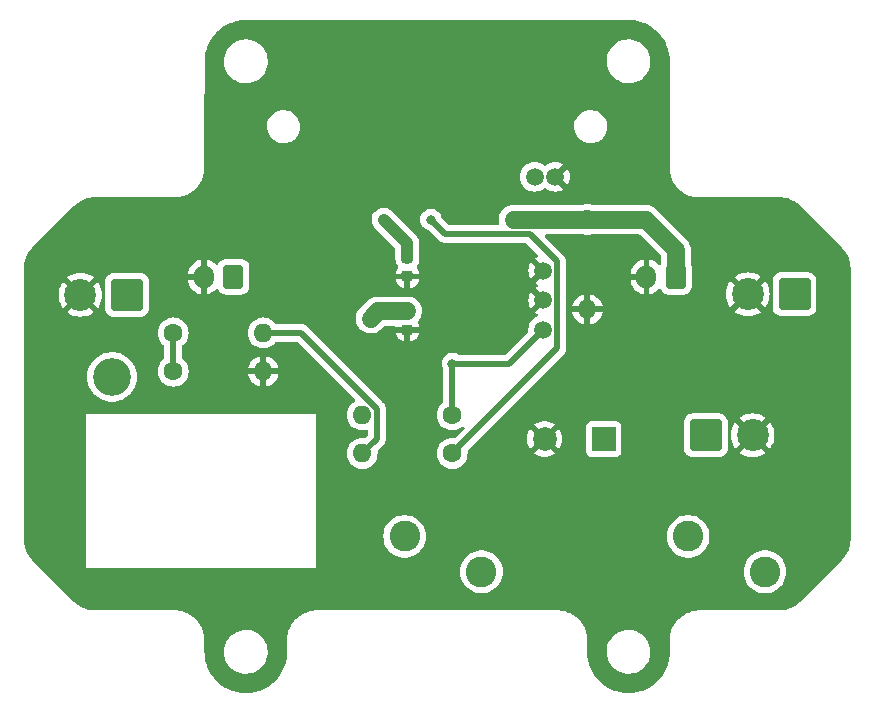
<source format=gbr>
%TF.GenerationSoftware,KiCad,Pcbnew,7.0.6*%
%TF.CreationDate,2024-02-11T15:29:09+09:00*%
%TF.ProjectId,PowerSupply_20240202,506f7765-7253-4757-9070-6c795f323032,rev?*%
%TF.SameCoordinates,Original*%
%TF.FileFunction,Copper,L2,Bot*%
%TF.FilePolarity,Positive*%
%FSLAX46Y46*%
G04 Gerber Fmt 4.6, Leading zero omitted, Abs format (unit mm)*
G04 Created by KiCad (PCBNEW 7.0.6) date 2024-02-11 15:29:09*
%MOMM*%
%LPD*%
G01*
G04 APERTURE LIST*
G04 Aperture macros list*
%AMRoundRect*
0 Rectangle with rounded corners*
0 $1 Rounding radius*
0 $2 $3 $4 $5 $6 $7 $8 $9 X,Y pos of 4 corners*
0 Add a 4 corners polygon primitive as box body*
4,1,4,$2,$3,$4,$5,$6,$7,$8,$9,$2,$3,0*
0 Add four circle primitives for the rounded corners*
1,1,$1+$1,$2,$3*
1,1,$1+$1,$4,$5*
1,1,$1+$1,$6,$7*
1,1,$1+$1,$8,$9*
0 Add four rect primitives between the rounded corners*
20,1,$1+$1,$2,$3,$4,$5,0*
20,1,$1+$1,$4,$5,$6,$7,0*
20,1,$1+$1,$6,$7,$8,$9,0*
20,1,$1+$1,$8,$9,$2,$3,0*%
G04 Aperture macros list end*
%TA.AperFunction,ComponentPad*%
%ADD10C,1.600000*%
%TD*%
%TA.AperFunction,ComponentPad*%
%ADD11O,1.600000X1.600000*%
%TD*%
%TA.AperFunction,ComponentPad*%
%ADD12RoundRect,0.250001X-1.099999X-1.099999X1.099999X-1.099999X1.099999X1.099999X-1.099999X1.099999X0*%
%TD*%
%TA.AperFunction,ComponentPad*%
%ADD13C,2.700000*%
%TD*%
%TA.AperFunction,ComponentPad*%
%ADD14RoundRect,0.250001X1.099999X1.099999X-1.099999X1.099999X-1.099999X-1.099999X1.099999X-1.099999X0*%
%TD*%
%TA.AperFunction,ComponentPad*%
%ADD15C,1.500000*%
%TD*%
%TA.AperFunction,ComponentPad*%
%ADD16RoundRect,0.250000X0.600000X0.750000X-0.600000X0.750000X-0.600000X-0.750000X0.600000X-0.750000X0*%
%TD*%
%TA.AperFunction,ComponentPad*%
%ADD17O,1.700000X2.000000*%
%TD*%
%TA.AperFunction,ComponentPad*%
%ADD18R,2.000000X2.000000*%
%TD*%
%TA.AperFunction,ComponentPad*%
%ADD19C,2.000000*%
%TD*%
%TA.AperFunction,ComponentPad*%
%ADD20C,2.600000*%
%TD*%
%TA.AperFunction,SMDPad,CuDef*%
%ADD21RoundRect,0.225000X-0.250000X0.225000X-0.250000X-0.225000X0.250000X-0.225000X0.250000X0.225000X0*%
%TD*%
%TA.AperFunction,ViaPad*%
%ADD22C,3.200000*%
%TD*%
%TA.AperFunction,ViaPad*%
%ADD23C,0.800000*%
%TD*%
%TA.AperFunction,Conductor*%
%ADD24C,1.500000*%
%TD*%
%TA.AperFunction,Conductor*%
%ADD25C,1.000000*%
%TD*%
%TA.AperFunction,Conductor*%
%ADD26C,0.500000*%
%TD*%
G04 APERTURE END LIST*
D10*
%TO.P,R1,1*%
%TO.N,Net-(SW2-A)*%
X176560000Y-90950298D03*
D11*
%TO.P,R1,2*%
%TO.N,VIN*%
X168940000Y-90950298D03*
%TD*%
D10*
%TO.P,R3,1*%
%TO.N,Net-(R3-Pad1)*%
X152940000Y-84000298D03*
D11*
%TO.P,R3,2*%
%TO.N,Net-(R2-Pad2)*%
X160560000Y-84000298D03*
%TD*%
D12*
%TO.P,VIN,1,Pin_1*%
%TO.N,Net-(J1-Pin_1)*%
X198022500Y-92674598D03*
D13*
%TO.P,VIN,2,Pin_2*%
%TO.N,GND*%
X201982500Y-92674598D03*
%TD*%
D14*
%TO.P,MD,1,Pin_1*%
%TO.N,VIN*%
X205537500Y-80724598D03*
D13*
%TO.P,MD,2,Pin_2*%
%TO.N,GND*%
X201577500Y-80724598D03*
%TD*%
D10*
%TO.P,R2,1*%
%TO.N,Net-(U1-Trim)*%
X176560000Y-94200298D03*
D11*
%TO.P,R2,2*%
%TO.N,Net-(R2-Pad2)*%
X168940000Y-94200298D03*
%TD*%
D10*
%TO.P,R5,1*%
%TO.N,+5V*%
X188000000Y-74390298D03*
D11*
%TO.P,R5,2*%
%TO.N,GND*%
X188000000Y-82010298D03*
%TD*%
D15*
%TO.P,SW2,1,A*%
%TO.N,Net-(SW2-A)*%
X184250000Y-83724598D03*
%TO.P,SW2,2,B*%
%TO.N,GND*%
X184250000Y-81224598D03*
%TO.P,SW2,3,C*%
X184250000Y-78724598D03*
%TD*%
D16*
%TO.P,Voltage,1,Pin_1*%
%TO.N,VIN*%
X158030000Y-79249598D03*
D17*
%TO.P,Voltage,2,Pin_2*%
%TO.N,GND*%
X155530000Y-79249598D03*
%TD*%
D10*
%TO.P,R4,1*%
%TO.N,Net-(R3-Pad1)*%
X152940000Y-87250298D03*
D11*
%TO.P,R4,2*%
%TO.N,GND*%
X160560000Y-87250298D03*
%TD*%
D18*
%TO.P,C-Vin,1*%
%TO.N,+5V*%
X189368606Y-92974598D03*
D19*
%TO.P,C-Vin,2*%
%TO.N,GND*%
X184368606Y-92974598D03*
%TD*%
D14*
%TO.P,MD,1,Pin_1*%
%TO.N,VIN*%
X149037500Y-80774598D03*
D13*
%TO.P,MD,2,Pin_2*%
%TO.N,GND*%
X145077500Y-80774598D03*
%TD*%
D20*
%TO.P,F1,1*%
%TO.N,Net-(J1-Pin_1)*%
X203030000Y-104224598D03*
X196530000Y-101224598D03*
%TO.P,F1,2*%
%TO.N,Net-(SW1-A)*%
X179030000Y-104224598D03*
X172530000Y-101224598D03*
%TD*%
D16*
%TO.P,MAIN,1,Pin_1*%
%TO.N,+5V*%
X195500000Y-79249598D03*
D17*
%TO.P,MAIN,2,Pin_2*%
%TO.N,GND*%
X193000000Y-79249598D03*
%TD*%
D15*
%TO.P,MES1,1,-*%
%TO.N,GND*%
X185279500Y-70783813D03*
%TO.P,MES1,2,+*%
%TO.N,VIN*%
X183529500Y-70783813D03*
%TD*%
D21*
%TO.P,C2,1*%
%TO.N,+5V*%
X172750000Y-77675298D03*
%TO.P,C2,2*%
%TO.N,GND*%
X172750000Y-79225298D03*
%TD*%
%TO.P,C1,1*%
%TO.N,VIN*%
X172750000Y-82175298D03*
%TO.P,C1,2*%
%TO.N,GND*%
X172750000Y-83725298D03*
%TD*%
D22*
%TO.N,VIN*%
X147750000Y-87724598D03*
D23*
X169650000Y-82790298D03*
%TO.N,GND*%
X176560000Y-78210298D03*
%TO.N,+5V*%
X170750000Y-74400298D03*
X181750000Y-74400298D03*
%TO.N,Net-(SW2-A)*%
X176560000Y-86600298D03*
%TO.N,Net-(U1-Trim)*%
X174750000Y-74400298D03*
%TD*%
D24*
%TO.N,VIN*%
X170265000Y-82175298D02*
X172750000Y-82175298D01*
X169650000Y-82790298D02*
X170265000Y-82175298D01*
%TO.N,+5V*%
X181750000Y-74400298D02*
X192938142Y-74400298D01*
X192938142Y-74400298D02*
X195500000Y-76962156D01*
X195500000Y-76962156D02*
X195500000Y-79249598D01*
D25*
X170750000Y-74400298D02*
X172750000Y-76400298D01*
X172750000Y-76400298D02*
X172750000Y-77675298D01*
D26*
%TO.N,Net-(SW2-A)*%
X176560000Y-86600298D02*
X176560000Y-90950298D01*
X176560000Y-86600298D02*
X181374300Y-86600298D01*
X181374300Y-86600298D02*
X184250000Y-83724598D01*
%TO.N,Net-(U1-Trim)*%
X174750000Y-74400298D02*
X175950000Y-75600298D01*
X185450000Y-85310298D02*
X176560000Y-94200298D01*
X183100000Y-75600298D02*
X185450000Y-77950298D01*
X185450000Y-77950298D02*
X185450000Y-85310298D01*
X175950000Y-75600298D02*
X183100000Y-75600298D01*
%TO.N,Net-(R2-Pad2)*%
X170190000Y-92950298D02*
X168940000Y-94200298D01*
X160560000Y-84000298D02*
X163757767Y-84000298D01*
X163757767Y-84000298D02*
X170190000Y-90432531D01*
X170190000Y-90432531D02*
X170190000Y-92950298D01*
%TO.N,Net-(R3-Pad1)*%
X152940000Y-84000298D02*
X152940000Y-87250298D01*
%TD*%
%TA.AperFunction,Conductor*%
%TO.N,GND*%
G36*
X191481017Y-57500574D02*
G01*
X191631800Y-57507987D01*
X191826364Y-57518191D01*
X191832207Y-57518777D01*
X192001452Y-57543901D01*
X192177599Y-57571820D01*
X192182957Y-57572915D01*
X192352296Y-57615364D01*
X192481845Y-57650103D01*
X192521554Y-57660752D01*
X192526380Y-57662259D01*
X192640885Y-57703262D01*
X192692180Y-57721630D01*
X192854708Y-57784067D01*
X192858988Y-57785900D01*
X193018982Y-57861633D01*
X193173635Y-57940499D01*
X193177331Y-57942547D01*
X193329632Y-58033914D01*
X193475041Y-58128429D01*
X193478169Y-58130603D01*
X193552711Y-58185940D01*
X193621123Y-58236727D01*
X193755834Y-58345923D01*
X193758446Y-58348163D01*
X193889413Y-58466992D01*
X193891586Y-58469064D01*
X194010821Y-58588434D01*
X194013161Y-58590776D01*
X194015240Y-58592962D01*
X194133923Y-58724067D01*
X194136128Y-58726643D01*
X194202964Y-58809286D01*
X194245190Y-58861500D01*
X194351128Y-59004540D01*
X194353327Y-59007710D01*
X194447669Y-59153212D01*
X194538871Y-59305630D01*
X194540933Y-59309363D01*
X194619602Y-59464063D01*
X194635262Y-59497242D01*
X194691717Y-59616857D01*
X194695155Y-59624140D01*
X194696988Y-59628437D01*
X194759233Y-59791010D01*
X194818418Y-59956885D01*
X194819927Y-59961732D01*
X194865120Y-60131034D01*
X194900865Y-60274309D01*
X194904828Y-60290198D01*
X194907376Y-60300409D01*
X194908467Y-60305783D01*
X194936183Y-60481936D01*
X194951418Y-60585374D01*
X194960275Y-60645508D01*
X194961119Y-60651234D01*
X194961699Y-60657095D01*
X194971670Y-60851409D01*
X194978923Y-61002425D01*
X194978995Y-61005469D01*
X194968892Y-69945622D01*
X194968845Y-69945778D01*
X194968820Y-69968725D01*
X194967743Y-69972374D01*
X194968667Y-69986673D01*
X194968796Y-69990735D01*
X194968626Y-70148350D01*
X194991044Y-70334595D01*
X194991360Y-70338009D01*
X194996192Y-70412834D01*
X195002715Y-70431550D01*
X195004803Y-70448901D01*
X195004804Y-70448908D01*
X195058205Y-70666455D01*
X195058814Y-70669201D01*
X195070356Y-70727538D01*
X195076007Y-70738977D01*
X195076376Y-70740478D01*
X195076971Y-70742902D01*
X195162220Y-70968271D01*
X195174254Y-71000084D01*
X195181979Y-71022911D01*
X195182335Y-71022725D01*
X195184074Y-71026045D01*
X195184075Y-71026047D01*
X195282086Y-71213144D01*
X195324553Y-71294209D01*
X195326490Y-71297419D01*
X195326438Y-71297449D01*
X195327338Y-71298984D01*
X195329119Y-71300834D01*
X195496347Y-71543462D01*
X195509757Y-71558617D01*
X195510414Y-71559470D01*
X195510759Y-71559749D01*
X195624992Y-71688847D01*
X195672702Y-71742766D01*
X195696947Y-71770167D01*
X195696951Y-71770170D01*
X195696955Y-71770175D01*
X195907402Y-71956808D01*
X195907542Y-71957031D01*
X195908402Y-71957695D01*
X195914292Y-71962918D01*
X195923445Y-71971035D01*
X196166271Y-72138798D01*
X196167317Y-72140090D01*
X196169261Y-72141233D01*
X196169302Y-72141167D01*
X196172504Y-72143104D01*
X196172509Y-72143108D01*
X196304837Y-72212616D01*
X196443832Y-72285626D01*
X196443621Y-72286025D01*
X196467813Y-72294243D01*
X196723538Y-72391300D01*
X196728119Y-72392430D01*
X196737060Y-72397637D01*
X196798741Y-72409914D01*
X196801442Y-72410515D01*
X197017454Y-72463795D01*
X197029897Y-72465306D01*
X197035527Y-72465991D01*
X197050247Y-72472327D01*
X197129863Y-72477548D01*
X197133276Y-72477867D01*
X197317969Y-72500307D01*
X197444568Y-72500310D01*
X197444575Y-72500312D01*
X197469233Y-72500312D01*
X197469332Y-72500312D01*
X197469832Y-72500312D01*
X197474938Y-72500312D01*
X197478996Y-72500445D01*
X197483995Y-72500772D01*
X197486490Y-72500312D01*
X204242227Y-72500312D01*
X204245704Y-72500410D01*
X204272303Y-72501903D01*
X204297411Y-72503312D01*
X204540962Y-72519267D01*
X204547257Y-72520006D01*
X204664387Y-72539905D01*
X204841813Y-72575197D01*
X204846815Y-72576413D01*
X204970723Y-72612109D01*
X204973372Y-72612940D01*
X205134578Y-72667662D01*
X205138346Y-72669080D01*
X205259591Y-72719300D01*
X205263271Y-72720969D01*
X205416078Y-72796326D01*
X205418622Y-72797655D01*
X205531152Y-72859847D01*
X205535603Y-72862558D01*
X205686589Y-72963445D01*
X205782835Y-73031735D01*
X205787830Y-73035680D01*
X205973160Y-73198216D01*
X206009808Y-73230966D01*
X206012336Y-73233356D01*
X209545700Y-76766720D01*
X209548073Y-76769231D01*
X209582420Y-76807667D01*
X209651571Y-76886524D01*
X209743581Y-76991449D01*
X209747526Y-76996444D01*
X209815878Y-77092778D01*
X209916695Y-77243662D01*
X209916741Y-77243730D01*
X209919455Y-77248187D01*
X209981589Y-77360611D01*
X209982931Y-77363179D01*
X210058366Y-77516145D01*
X210060040Y-77519841D01*
X210110156Y-77640829D01*
X210111586Y-77644627D01*
X210166409Y-77806126D01*
X210167276Y-77808892D01*
X210202838Y-77932324D01*
X210204070Y-77937394D01*
X210211009Y-77972275D01*
X210235862Y-78097212D01*
X210239487Y-78115434D01*
X210239556Y-78115838D01*
X210259276Y-78231900D01*
X210260020Y-78238234D01*
X210276061Y-78482905D01*
X210278902Y-78533472D01*
X210279000Y-78536951D01*
X210279000Y-101462531D01*
X210278902Y-101466011D01*
X210275953Y-101518499D01*
X210260100Y-101760853D01*
X210259356Y-101767197D01*
X210239102Y-101886381D01*
X210204273Y-102061473D01*
X210203041Y-102066544D01*
X210166875Y-102192069D01*
X210166008Y-102194835D01*
X210111958Y-102354050D01*
X210110529Y-102357847D01*
X210059645Y-102480690D01*
X210057970Y-102484387D01*
X209983549Y-102635287D01*
X209982207Y-102637855D01*
X209919107Y-102752023D01*
X209916392Y-102756481D01*
X209816964Y-102905276D01*
X209816924Y-102905335D01*
X209747247Y-103003532D01*
X209743292Y-103008539D01*
X209584503Y-103189587D01*
X209547746Y-103230719D01*
X209545356Y-103233247D01*
X206012602Y-106766000D01*
X206010074Y-106768391D01*
X205971708Y-106802675D01*
X205787830Y-106963913D01*
X205782828Y-106967864D01*
X205686628Y-107036121D01*
X205535548Y-107137067D01*
X205531092Y-107139781D01*
X205418705Y-107201894D01*
X205416137Y-107203236D01*
X205263214Y-107278650D01*
X205259516Y-107280325D01*
X205138385Y-107330497D01*
X205134589Y-107331926D01*
X204973398Y-107386645D01*
X204970630Y-107387513D01*
X204846819Y-107423180D01*
X204841750Y-107424412D01*
X204664583Y-107459656D01*
X204547177Y-107479602D01*
X204540845Y-107480346D01*
X204300003Y-107496137D01*
X204245203Y-107499214D01*
X204241726Y-107499312D01*
X197530874Y-107499312D01*
X197530833Y-107499300D01*
X197498372Y-107499300D01*
X197496354Y-107498707D01*
X197489340Y-107499167D01*
X197485286Y-107499300D01*
X197328244Y-107499300D01*
X197143616Y-107521718D01*
X197140196Y-107522037D01*
X197064833Y-107526974D01*
X197045937Y-107533579D01*
X197032909Y-107535161D01*
X197027946Y-107535764D01*
X196812046Y-107588978D01*
X196809305Y-107589588D01*
X196750317Y-107601321D01*
X196738769Y-107607039D01*
X196734234Y-107608157D01*
X196734227Y-107608159D01*
X196531979Y-107684862D01*
X196478730Y-107705057D01*
X196454491Y-107713284D01*
X196454702Y-107713686D01*
X196183526Y-107856010D01*
X196180324Y-107857947D01*
X196180282Y-107857878D01*
X196179136Y-107858551D01*
X196177345Y-107860278D01*
X196057859Y-107942754D01*
X195934572Y-108027853D01*
X195934569Y-108027855D01*
X195934564Y-108027859D01*
X195919602Y-108041114D01*
X195918893Y-108041660D01*
X195918659Y-108041950D01*
X195734433Y-108205162D01*
X195734430Y-108205162D01*
X195708144Y-108228452D01*
X195684854Y-108254739D01*
X195684854Y-108254741D01*
X195521636Y-108438977D01*
X195521424Y-108439109D01*
X195520797Y-108439923D01*
X195507546Y-108454881D01*
X195507543Y-108454885D01*
X195339967Y-108697661D01*
X195338684Y-108698699D01*
X195337579Y-108700581D01*
X195337648Y-108700623D01*
X195335710Y-108703828D01*
X195335707Y-108703834D01*
X195335704Y-108703839D01*
X195265170Y-108838232D01*
X195193382Y-108975013D01*
X195192980Y-108974802D01*
X195184760Y-108999018D01*
X195087858Y-109254531D01*
X195087853Y-109254549D01*
X195086738Y-109259073D01*
X195081543Y-109267993D01*
X195069290Y-109329596D01*
X195068680Y-109332338D01*
X195015462Y-109548249D01*
X195013276Y-109566257D01*
X195006949Y-109580954D01*
X195001735Y-109660513D01*
X195001416Y-109663932D01*
X194979000Y-109848556D01*
X194979000Y-110005384D01*
X194978867Y-110009440D01*
X194978543Y-110014384D01*
X194979000Y-110016853D01*
X194979000Y-110998376D01*
X194978915Y-111001622D01*
X194964515Y-111276379D01*
X194959755Y-111364161D01*
X194959083Y-111370507D01*
X194924992Y-111585750D01*
X194900996Y-111732118D01*
X194899700Y-111738138D01*
X194846373Y-111937157D01*
X194803461Y-112091709D01*
X194801602Y-112097343D01*
X194729548Y-112285053D01*
X194668266Y-112438858D01*
X194665911Y-112444060D01*
X194575857Y-112620803D01*
X194496942Y-112769650D01*
X194494161Y-112774378D01*
X194387026Y-112939352D01*
X194291456Y-113080306D01*
X194288321Y-113084532D01*
X194165210Y-113236563D01*
X194054117Y-113367350D01*
X194050702Y-113371054D01*
X193912918Y-113508839D01*
X193787649Y-113627499D01*
X193784029Y-113630671D01*
X193632979Y-113752990D01*
X193495060Y-113857832D01*
X193491307Y-113860472D01*
X193328596Y-113966140D01*
X193179669Y-114055745D01*
X193175851Y-114057863D01*
X193003186Y-114145840D01*
X192845078Y-114218988D01*
X192841264Y-114220601D01*
X192660460Y-114290006D01*
X192495046Y-114345739D01*
X192491296Y-114346872D01*
X192305660Y-114396614D01*
X192302941Y-114397277D01*
X192133549Y-114434562D01*
X192129919Y-114435248D01*
X191940230Y-114465293D01*
X191937234Y-114465693D01*
X191764733Y-114484453D01*
X191761274Y-114484731D01*
X191569523Y-114494782D01*
X191566278Y-114494867D01*
X191392723Y-114494867D01*
X191389477Y-114494782D01*
X191197724Y-114484731D01*
X191194265Y-114484453D01*
X191021764Y-114465693D01*
X191018768Y-114465293D01*
X190829079Y-114435248D01*
X190825449Y-114434562D01*
X190656057Y-114397277D01*
X190653338Y-114396614D01*
X190467702Y-114346872D01*
X190463951Y-114345739D01*
X190298539Y-114290006D01*
X190117735Y-114220601D01*
X190113919Y-114218988D01*
X189955813Y-114145840D01*
X189783147Y-114057863D01*
X189779329Y-114055745D01*
X189739612Y-114031848D01*
X189630387Y-113966129D01*
X189467692Y-113860472D01*
X189463937Y-113857831D01*
X189326020Y-113752990D01*
X189174970Y-113630671D01*
X189171349Y-113627499D01*
X189046081Y-113508839D01*
X188908296Y-113371054D01*
X188904881Y-113367350D01*
X188793789Y-113236563D01*
X188769006Y-113205959D01*
X188670674Y-113084529D01*
X188667542Y-113080306D01*
X188571973Y-112939352D01*
X188464830Y-112774367D01*
X188462056Y-112769650D01*
X188383142Y-112620803D01*
X188293082Y-112444050D01*
X188290743Y-112438885D01*
X188229447Y-112285042D01*
X188157396Y-112097344D01*
X188155546Y-112091738D01*
X188112639Y-111937203D01*
X188059292Y-111738111D01*
X188058011Y-111732165D01*
X188034027Y-111585874D01*
X187999911Y-111370469D01*
X187999245Y-111364179D01*
X187994485Y-111276379D01*
X187983551Y-111067763D01*
X189625287Y-111067763D01*
X189654913Y-111337013D01*
X189654915Y-111337024D01*
X189710163Y-111548350D01*
X189723428Y-111599088D01*
X189829370Y-111848390D01*
X189883509Y-111937099D01*
X189970479Y-112079605D01*
X189970486Y-112079615D01*
X190143753Y-112287819D01*
X190143759Y-112287824D01*
X190345498Y-112468582D01*
X190571410Y-112618044D01*
X190816676Y-112733020D01*
X190816683Y-112733022D01*
X190816685Y-112733023D01*
X191076057Y-112811057D01*
X191076064Y-112811058D01*
X191076069Y-112811060D01*
X191344061Y-112850500D01*
X191344066Y-112850500D01*
X191547136Y-112850500D01*
X191598633Y-112846730D01*
X191749656Y-112835677D01*
X191862258Y-112810593D01*
X192014046Y-112776782D01*
X192014048Y-112776781D01*
X192014053Y-112776780D01*
X192267058Y-112680014D01*
X192503277Y-112547441D01*
X192717677Y-112381888D01*
X192905686Y-112186881D01*
X193063299Y-111966579D01*
X193180748Y-111738139D01*
X193187149Y-111725690D01*
X193187151Y-111725684D01*
X193187156Y-111725675D01*
X193274618Y-111469305D01*
X193323819Y-111202933D01*
X193333712Y-110932235D01*
X193304086Y-110662982D01*
X193235572Y-110400912D01*
X193129630Y-110151610D01*
X192988518Y-109920390D01*
X192928740Y-109848559D01*
X192815246Y-109712180D01*
X192815240Y-109712175D01*
X192613502Y-109531418D01*
X192387592Y-109381957D01*
X192281745Y-109332338D01*
X192142324Y-109266980D01*
X192142319Y-109266978D01*
X192142314Y-109266976D01*
X191882942Y-109188942D01*
X191882928Y-109188939D01*
X191767291Y-109171921D01*
X191614939Y-109149500D01*
X191411869Y-109149500D01*
X191411864Y-109149500D01*
X191209344Y-109164323D01*
X191209331Y-109164325D01*
X190944953Y-109223217D01*
X190944946Y-109223220D01*
X190691939Y-109319987D01*
X190455726Y-109452557D01*
X190241322Y-109618112D01*
X190053322Y-109813109D01*
X190053316Y-109813116D01*
X189895702Y-110033419D01*
X189895699Y-110033424D01*
X189771850Y-110274309D01*
X189771843Y-110274327D01*
X189684384Y-110530685D01*
X189684381Y-110530699D01*
X189635181Y-110797068D01*
X189635180Y-110797075D01*
X189625287Y-111067763D01*
X187983551Y-111067763D01*
X187980084Y-111001621D01*
X187980000Y-110998377D01*
X187980000Y-110015197D01*
X187980416Y-110013780D01*
X187980133Y-110009464D01*
X187980000Y-110005406D01*
X187980000Y-109987946D01*
X187979988Y-109987819D01*
X187979988Y-109848558D01*
X187963429Y-109712180D01*
X187957562Y-109663860D01*
X187957247Y-109660480D01*
X187952305Y-109585120D01*
X187945711Y-109566253D01*
X187943527Y-109548261D01*
X187890297Y-109332299D01*
X187889693Y-109329579D01*
X187877965Y-109270620D01*
X187872247Y-109259063D01*
X187871134Y-109254547D01*
X187871132Y-109254542D01*
X187871130Y-109254535D01*
X187774220Y-108999000D01*
X187766008Y-108974807D01*
X187765607Y-108975018D01*
X187763863Y-108971695D01*
X187623286Y-108703845D01*
X187623280Y-108703837D01*
X187623279Y-108703834D01*
X187621342Y-108700629D01*
X187621409Y-108700588D01*
X187620740Y-108699447D01*
X187619014Y-108697655D01*
X187451448Y-108454894D01*
X187451445Y-108454889D01*
X187438173Y-108439908D01*
X187437636Y-108439212D01*
X187437353Y-108438983D01*
X187250848Y-108228461D01*
X187040328Y-108041956D01*
X187040198Y-108041747D01*
X187039389Y-108041123D01*
X187024421Y-108027863D01*
X186781650Y-107860289D01*
X186780608Y-107859004D01*
X186778710Y-107857889D01*
X186778670Y-107857957D01*
X186775467Y-107856020D01*
X186504293Y-107713697D01*
X186504503Y-107713296D01*
X186480278Y-107705072D01*
X186224770Y-107608171D01*
X186224758Y-107608167D01*
X186220233Y-107607052D01*
X186211316Y-107601859D01*
X186149716Y-107589606D01*
X186146974Y-107588996D01*
X186146901Y-107588978D01*
X185931051Y-107535775D01*
X185913059Y-107533590D01*
X185898362Y-107527264D01*
X185818817Y-107522051D01*
X185815399Y-107521732D01*
X185630755Y-107499312D01*
X185630752Y-107499312D01*
X185479599Y-107499312D01*
X185473906Y-107499312D01*
X185469850Y-107499179D01*
X185464888Y-107498854D01*
X185462407Y-107499312D01*
X165130874Y-107499312D01*
X165130833Y-107499300D01*
X165098372Y-107499300D01*
X165096354Y-107498707D01*
X165089340Y-107499167D01*
X165085286Y-107499300D01*
X164928244Y-107499300D01*
X164743616Y-107521718D01*
X164740196Y-107522037D01*
X164664833Y-107526974D01*
X164645937Y-107533579D01*
X164632909Y-107535161D01*
X164627946Y-107535764D01*
X164412046Y-107588978D01*
X164409305Y-107589588D01*
X164350317Y-107601321D01*
X164338769Y-107607039D01*
X164334234Y-107608157D01*
X164334227Y-107608159D01*
X164131979Y-107684862D01*
X164078730Y-107705057D01*
X164054491Y-107713284D01*
X164054702Y-107713686D01*
X163783526Y-107856010D01*
X163780324Y-107857947D01*
X163780282Y-107857878D01*
X163779136Y-107858551D01*
X163777345Y-107860278D01*
X163657859Y-107942754D01*
X163534572Y-108027853D01*
X163534569Y-108027855D01*
X163534564Y-108027859D01*
X163519602Y-108041114D01*
X163518893Y-108041660D01*
X163518659Y-108041950D01*
X163334433Y-108205162D01*
X163334430Y-108205162D01*
X163308144Y-108228452D01*
X163284854Y-108254739D01*
X163284854Y-108254741D01*
X163121636Y-108438977D01*
X163121424Y-108439109D01*
X163120797Y-108439923D01*
X163107546Y-108454881D01*
X163107543Y-108454885D01*
X162939967Y-108697661D01*
X162938684Y-108698699D01*
X162937579Y-108700581D01*
X162937648Y-108700623D01*
X162935710Y-108703828D01*
X162935707Y-108703834D01*
X162935704Y-108703839D01*
X162865170Y-108838232D01*
X162793382Y-108975013D01*
X162792980Y-108974802D01*
X162784760Y-108999018D01*
X162687858Y-109254531D01*
X162687853Y-109254549D01*
X162686738Y-109259073D01*
X162681543Y-109267993D01*
X162669290Y-109329596D01*
X162668680Y-109332338D01*
X162615462Y-109548249D01*
X162613276Y-109566257D01*
X162606949Y-109580954D01*
X162601735Y-109660513D01*
X162601416Y-109663932D01*
X162579000Y-109848556D01*
X162579000Y-110005384D01*
X162578867Y-110009440D01*
X162578543Y-110014384D01*
X162579000Y-110016853D01*
X162579000Y-110998376D01*
X162578915Y-111001622D01*
X162564515Y-111276379D01*
X162559755Y-111364161D01*
X162559083Y-111370507D01*
X162524992Y-111585750D01*
X162500996Y-111732118D01*
X162499700Y-111738138D01*
X162446373Y-111937157D01*
X162403461Y-112091709D01*
X162401602Y-112097343D01*
X162329548Y-112285053D01*
X162268266Y-112438858D01*
X162265911Y-112444060D01*
X162175857Y-112620803D01*
X162096942Y-112769650D01*
X162094161Y-112774378D01*
X161987026Y-112939352D01*
X161891456Y-113080306D01*
X161888321Y-113084532D01*
X161765210Y-113236563D01*
X161654117Y-113367350D01*
X161650702Y-113371054D01*
X161512918Y-113508839D01*
X161387649Y-113627499D01*
X161384029Y-113630671D01*
X161232979Y-113752990D01*
X161095060Y-113857832D01*
X161091307Y-113860472D01*
X160928596Y-113966140D01*
X160779669Y-114055745D01*
X160775851Y-114057863D01*
X160603186Y-114145840D01*
X160445078Y-114218988D01*
X160441264Y-114220601D01*
X160260460Y-114290006D01*
X160095046Y-114345739D01*
X160091296Y-114346872D01*
X159905660Y-114396614D01*
X159902941Y-114397277D01*
X159733549Y-114434562D01*
X159729919Y-114435248D01*
X159540230Y-114465293D01*
X159537234Y-114465693D01*
X159364733Y-114484453D01*
X159361274Y-114484731D01*
X159169523Y-114494782D01*
X159166278Y-114494867D01*
X158992723Y-114494867D01*
X158989477Y-114494782D01*
X158797724Y-114484731D01*
X158794265Y-114484453D01*
X158621764Y-114465693D01*
X158618768Y-114465293D01*
X158429079Y-114435248D01*
X158425449Y-114434562D01*
X158256057Y-114397277D01*
X158253338Y-114396614D01*
X158067702Y-114346872D01*
X158063951Y-114345739D01*
X157898539Y-114290006D01*
X157717735Y-114220601D01*
X157713919Y-114218988D01*
X157555813Y-114145840D01*
X157383147Y-114057863D01*
X157379329Y-114055745D01*
X157339612Y-114031848D01*
X157230387Y-113966129D01*
X157067692Y-113860472D01*
X157063937Y-113857831D01*
X156926020Y-113752990D01*
X156774970Y-113630671D01*
X156771349Y-113627499D01*
X156646081Y-113508839D01*
X156508296Y-113371054D01*
X156504881Y-113367350D01*
X156393789Y-113236563D01*
X156369006Y-113205959D01*
X156270674Y-113084529D01*
X156267542Y-113080306D01*
X156171973Y-112939352D01*
X156064830Y-112774367D01*
X156062056Y-112769650D01*
X155983142Y-112620803D01*
X155893082Y-112444050D01*
X155890743Y-112438885D01*
X155829447Y-112285042D01*
X155757396Y-112097344D01*
X155755546Y-112091738D01*
X155712639Y-111937203D01*
X155659292Y-111738111D01*
X155658011Y-111732165D01*
X155634027Y-111585874D01*
X155599911Y-111370469D01*
X155599245Y-111364179D01*
X155594485Y-111276379D01*
X155583551Y-111067763D01*
X157225287Y-111067763D01*
X157254913Y-111337013D01*
X157254915Y-111337024D01*
X157310163Y-111548350D01*
X157323428Y-111599088D01*
X157429370Y-111848390D01*
X157483509Y-111937099D01*
X157570479Y-112079605D01*
X157570486Y-112079615D01*
X157743753Y-112287819D01*
X157743759Y-112287824D01*
X157945498Y-112468582D01*
X158171410Y-112618044D01*
X158416676Y-112733020D01*
X158416683Y-112733022D01*
X158416685Y-112733023D01*
X158676057Y-112811057D01*
X158676064Y-112811058D01*
X158676069Y-112811060D01*
X158944061Y-112850500D01*
X158944066Y-112850500D01*
X159147136Y-112850500D01*
X159198633Y-112846730D01*
X159349656Y-112835677D01*
X159462258Y-112810593D01*
X159614046Y-112776782D01*
X159614048Y-112776781D01*
X159614053Y-112776780D01*
X159867058Y-112680014D01*
X160103277Y-112547441D01*
X160317677Y-112381888D01*
X160505686Y-112186881D01*
X160663299Y-111966579D01*
X160780748Y-111738139D01*
X160787149Y-111725690D01*
X160787151Y-111725684D01*
X160787156Y-111725675D01*
X160874618Y-111469305D01*
X160923819Y-111202933D01*
X160933712Y-110932235D01*
X160904086Y-110662982D01*
X160835572Y-110400912D01*
X160729630Y-110151610D01*
X160588518Y-109920390D01*
X160528740Y-109848559D01*
X160415246Y-109712180D01*
X160415240Y-109712175D01*
X160213502Y-109531418D01*
X159987592Y-109381957D01*
X159881745Y-109332338D01*
X159742324Y-109266980D01*
X159742319Y-109266978D01*
X159742314Y-109266976D01*
X159482942Y-109188942D01*
X159482928Y-109188939D01*
X159367291Y-109171921D01*
X159214939Y-109149500D01*
X159011869Y-109149500D01*
X159011864Y-109149500D01*
X158809344Y-109164323D01*
X158809331Y-109164325D01*
X158544953Y-109223217D01*
X158544946Y-109223220D01*
X158291939Y-109319987D01*
X158055726Y-109452557D01*
X157841322Y-109618112D01*
X157653322Y-109813109D01*
X157653316Y-109813116D01*
X157495702Y-110033419D01*
X157495699Y-110033424D01*
X157371850Y-110274309D01*
X157371843Y-110274327D01*
X157284384Y-110530685D01*
X157284381Y-110530699D01*
X157235181Y-110797068D01*
X157235180Y-110797075D01*
X157225287Y-111067763D01*
X155583551Y-111067763D01*
X155580084Y-111001621D01*
X155580000Y-110998377D01*
X155580000Y-110015197D01*
X155580416Y-110013780D01*
X155580133Y-110009464D01*
X155580000Y-110005406D01*
X155580000Y-109987946D01*
X155579988Y-109987819D01*
X155579988Y-109848558D01*
X155563429Y-109712180D01*
X155557562Y-109663860D01*
X155557247Y-109660480D01*
X155552305Y-109585120D01*
X155545711Y-109566253D01*
X155543527Y-109548261D01*
X155490297Y-109332299D01*
X155489693Y-109329579D01*
X155477965Y-109270620D01*
X155472247Y-109259063D01*
X155471134Y-109254547D01*
X155471132Y-109254542D01*
X155471130Y-109254535D01*
X155374220Y-108999000D01*
X155366008Y-108974807D01*
X155365607Y-108975018D01*
X155363863Y-108971695D01*
X155223286Y-108703845D01*
X155223280Y-108703837D01*
X155223279Y-108703834D01*
X155221342Y-108700629D01*
X155221409Y-108700588D01*
X155220740Y-108699447D01*
X155219014Y-108697655D01*
X155051448Y-108454894D01*
X155051445Y-108454889D01*
X155038173Y-108439908D01*
X155037636Y-108439212D01*
X155037353Y-108438983D01*
X154850848Y-108228461D01*
X154640328Y-108041956D01*
X154640198Y-108041747D01*
X154639389Y-108041123D01*
X154624421Y-108027863D01*
X154381650Y-107860289D01*
X154380608Y-107859004D01*
X154378710Y-107857889D01*
X154378670Y-107857957D01*
X154375467Y-107856020D01*
X154104293Y-107713697D01*
X154104503Y-107713296D01*
X154080278Y-107705072D01*
X153824770Y-107608171D01*
X153824758Y-107608167D01*
X153820233Y-107607052D01*
X153811316Y-107601859D01*
X153749716Y-107589606D01*
X153746974Y-107588996D01*
X153746901Y-107588978D01*
X153531051Y-107535775D01*
X153513059Y-107533590D01*
X153498362Y-107527264D01*
X153418817Y-107522051D01*
X153415399Y-107521732D01*
X153230755Y-107499312D01*
X153230752Y-107499312D01*
X153079599Y-107499312D01*
X153073906Y-107499312D01*
X153069850Y-107499179D01*
X153064888Y-107498854D01*
X153062407Y-107499312D01*
X146316776Y-107499312D01*
X146313298Y-107499214D01*
X146261227Y-107496290D01*
X146018256Y-107480391D01*
X146011915Y-107479647D01*
X145893868Y-107459591D01*
X145717445Y-107424497D01*
X145712376Y-107423265D01*
X145587985Y-107387431D01*
X145585218Y-107386563D01*
X145455841Y-107342646D01*
X145424655Y-107332059D01*
X145420868Y-107330634D01*
X145420537Y-107330497D01*
X145372823Y-107310733D01*
X145299222Y-107280248D01*
X145295523Y-107278572D01*
X145143146Y-107203424D01*
X145140579Y-107202082D01*
X145027762Y-107139733D01*
X145023302Y-107137017D01*
X144872506Y-107036251D01*
X144776165Y-106967896D01*
X144771157Y-106963941D01*
X144585373Y-106800999D01*
X144549259Y-106768727D01*
X144546731Y-106766336D01*
X142788389Y-105007994D01*
X142004998Y-104224602D01*
X177224451Y-104224602D01*
X177244616Y-104493699D01*
X177304664Y-104756786D01*
X177304666Y-104756793D01*
X177403257Y-105007996D01*
X177538185Y-105241700D01*
X177674080Y-105412107D01*
X177706442Y-105452687D01*
X177893183Y-105625956D01*
X177904259Y-105636233D01*
X178127226Y-105788249D01*
X178370359Y-105905336D01*
X178628228Y-105984878D01*
X178628229Y-105984878D01*
X178628232Y-105984879D01*
X178895063Y-106025097D01*
X178895068Y-106025097D01*
X178895071Y-106025098D01*
X178895072Y-106025098D01*
X179164928Y-106025098D01*
X179164929Y-106025098D01*
X179164936Y-106025097D01*
X179431767Y-105984879D01*
X179431768Y-105984878D01*
X179431772Y-105984878D01*
X179689641Y-105905336D01*
X179932775Y-105788249D01*
X180155741Y-105636233D01*
X180353561Y-105452683D01*
X180521815Y-105241700D01*
X180656743Y-105007996D01*
X180755334Y-104756793D01*
X180815383Y-104493701D01*
X180835549Y-104224602D01*
X201224451Y-104224602D01*
X201244616Y-104493699D01*
X201304664Y-104756786D01*
X201304666Y-104756793D01*
X201403257Y-105007996D01*
X201538185Y-105241700D01*
X201674080Y-105412107D01*
X201706442Y-105452687D01*
X201893183Y-105625956D01*
X201904259Y-105636233D01*
X202127226Y-105788249D01*
X202370359Y-105905336D01*
X202628228Y-105984878D01*
X202628229Y-105984878D01*
X202628232Y-105984879D01*
X202895063Y-106025097D01*
X202895068Y-106025097D01*
X202895071Y-106025098D01*
X202895072Y-106025098D01*
X203164928Y-106025098D01*
X203164929Y-106025098D01*
X203164936Y-106025097D01*
X203431767Y-105984879D01*
X203431768Y-105984878D01*
X203431772Y-105984878D01*
X203689641Y-105905336D01*
X203932775Y-105788249D01*
X204155741Y-105636233D01*
X204353561Y-105452683D01*
X204521815Y-105241700D01*
X204656743Y-105007996D01*
X204755334Y-104756793D01*
X204815383Y-104493701D01*
X204835549Y-104224598D01*
X204815383Y-103955495D01*
X204755334Y-103692403D01*
X204656743Y-103441200D01*
X204521815Y-103207496D01*
X204353561Y-102996513D01*
X204353560Y-102996512D01*
X204353557Y-102996508D01*
X204155741Y-102812963D01*
X204072897Y-102756481D01*
X203932775Y-102660947D01*
X203932769Y-102660944D01*
X203932768Y-102660943D01*
X203932767Y-102660942D01*
X203689643Y-102543861D01*
X203689645Y-102543861D01*
X203431773Y-102464318D01*
X203431767Y-102464316D01*
X203164936Y-102424098D01*
X203164929Y-102424098D01*
X202895071Y-102424098D01*
X202895063Y-102424098D01*
X202628232Y-102464316D01*
X202628226Y-102464318D01*
X202370358Y-102543860D01*
X202127230Y-102660944D01*
X201904258Y-102812963D01*
X201706442Y-102996508D01*
X201538185Y-103207496D01*
X201403258Y-103441197D01*
X201403256Y-103441201D01*
X201304666Y-103692402D01*
X201304664Y-103692409D01*
X201244616Y-103955496D01*
X201224451Y-104224593D01*
X201224451Y-104224602D01*
X180835549Y-104224602D01*
X180835549Y-104224598D01*
X180815383Y-103955495D01*
X180755334Y-103692403D01*
X180656743Y-103441200D01*
X180521815Y-103207496D01*
X180353561Y-102996513D01*
X180353560Y-102996512D01*
X180353557Y-102996508D01*
X180155741Y-102812963D01*
X180072897Y-102756481D01*
X179932775Y-102660947D01*
X179932769Y-102660944D01*
X179932768Y-102660943D01*
X179932767Y-102660942D01*
X179689643Y-102543861D01*
X179689645Y-102543861D01*
X179431773Y-102464318D01*
X179431767Y-102464316D01*
X179164936Y-102424098D01*
X179164929Y-102424098D01*
X178895071Y-102424098D01*
X178895063Y-102424098D01*
X178628232Y-102464316D01*
X178628226Y-102464318D01*
X178370358Y-102543860D01*
X178127230Y-102660944D01*
X177904258Y-102812963D01*
X177706442Y-102996508D01*
X177538185Y-103207496D01*
X177403258Y-103441197D01*
X177403256Y-103441201D01*
X177304666Y-103692402D01*
X177304664Y-103692409D01*
X177244616Y-103955496D01*
X177224451Y-104224593D01*
X177224451Y-104224602D01*
X142004998Y-104224602D01*
X141656583Y-103876187D01*
X145579416Y-103876187D01*
X145579459Y-103900299D01*
X145579500Y-103900397D01*
X145579616Y-103900680D01*
X145579618Y-103900682D01*
X145579808Y-103900760D01*
X145580000Y-103900839D01*
X145580002Y-103900837D01*
X145604616Y-103900822D01*
X145604616Y-103900826D01*
X145604760Y-103900798D01*
X164955240Y-103900798D01*
X164955383Y-103900826D01*
X164955384Y-103900822D01*
X164979997Y-103900837D01*
X164980000Y-103900839D01*
X164980383Y-103900681D01*
X164980500Y-103900397D01*
X164980541Y-103900298D01*
X164980540Y-103900295D01*
X164980583Y-103876187D01*
X164980500Y-103875765D01*
X164980500Y-101224602D01*
X170724451Y-101224602D01*
X170744616Y-101493699D01*
X170750395Y-101519018D01*
X170804666Y-101756793D01*
X170903257Y-102007996D01*
X171038185Y-102241700D01*
X171128638Y-102355124D01*
X171206442Y-102452687D01*
X171309983Y-102548758D01*
X171404259Y-102636233D01*
X171627226Y-102788249D01*
X171870359Y-102905336D01*
X172128228Y-102984878D01*
X172128229Y-102984878D01*
X172128232Y-102984879D01*
X172395063Y-103025097D01*
X172395068Y-103025097D01*
X172395071Y-103025098D01*
X172395072Y-103025098D01*
X172664928Y-103025098D01*
X172664929Y-103025098D01*
X172664936Y-103025097D01*
X172931767Y-102984879D01*
X172931768Y-102984878D01*
X172931772Y-102984878D01*
X173189641Y-102905336D01*
X173432775Y-102788249D01*
X173655741Y-102636233D01*
X173824496Y-102479651D01*
X173853557Y-102452687D01*
X173853557Y-102452685D01*
X173853561Y-102452683D01*
X174021815Y-102241700D01*
X174156743Y-102007996D01*
X174255334Y-101756793D01*
X174315383Y-101493701D01*
X174335549Y-101224602D01*
X194724451Y-101224602D01*
X194744616Y-101493699D01*
X194750395Y-101519018D01*
X194804666Y-101756793D01*
X194903257Y-102007996D01*
X195038185Y-102241700D01*
X195128638Y-102355124D01*
X195206442Y-102452687D01*
X195309983Y-102548758D01*
X195404259Y-102636233D01*
X195627226Y-102788249D01*
X195870359Y-102905336D01*
X196128228Y-102984878D01*
X196128229Y-102984878D01*
X196128232Y-102984879D01*
X196395063Y-103025097D01*
X196395068Y-103025097D01*
X196395071Y-103025098D01*
X196395072Y-103025098D01*
X196664928Y-103025098D01*
X196664929Y-103025098D01*
X196664936Y-103025097D01*
X196931767Y-102984879D01*
X196931768Y-102984878D01*
X196931772Y-102984878D01*
X197189641Y-102905336D01*
X197432775Y-102788249D01*
X197655741Y-102636233D01*
X197824496Y-102479651D01*
X197853557Y-102452687D01*
X197853557Y-102452685D01*
X197853561Y-102452683D01*
X198021815Y-102241700D01*
X198156743Y-102007996D01*
X198255334Y-101756793D01*
X198315383Y-101493701D01*
X198335549Y-101224598D01*
X198315383Y-100955495D01*
X198255334Y-100692403D01*
X198156743Y-100441200D01*
X198021815Y-100207496D01*
X197853561Y-99996513D01*
X197853560Y-99996512D01*
X197853557Y-99996508D01*
X197655741Y-99812963D01*
X197655741Y-99812962D01*
X197432775Y-99660947D01*
X197432769Y-99660944D01*
X197432768Y-99660943D01*
X197432767Y-99660942D01*
X197189643Y-99543861D01*
X197189645Y-99543861D01*
X196931773Y-99464318D01*
X196931767Y-99464316D01*
X196664936Y-99424098D01*
X196664929Y-99424098D01*
X196395071Y-99424098D01*
X196395063Y-99424098D01*
X196128232Y-99464316D01*
X196128226Y-99464318D01*
X195870358Y-99543860D01*
X195627230Y-99660944D01*
X195404258Y-99812963D01*
X195206442Y-99996508D01*
X195038185Y-100207496D01*
X194903258Y-100441197D01*
X194903256Y-100441201D01*
X194804666Y-100692402D01*
X194804664Y-100692409D01*
X194744616Y-100955496D01*
X194724451Y-101224593D01*
X194724451Y-101224602D01*
X174335549Y-101224602D01*
X174335549Y-101224598D01*
X174315383Y-100955495D01*
X174255334Y-100692403D01*
X174156743Y-100441200D01*
X174021815Y-100207496D01*
X173853561Y-99996513D01*
X173853560Y-99996512D01*
X173853557Y-99996508D01*
X173655741Y-99812963D01*
X173655741Y-99812962D01*
X173432775Y-99660947D01*
X173432769Y-99660944D01*
X173432768Y-99660943D01*
X173432767Y-99660942D01*
X173189643Y-99543861D01*
X173189645Y-99543861D01*
X172931773Y-99464318D01*
X172931767Y-99464316D01*
X172664936Y-99424098D01*
X172664929Y-99424098D01*
X172395071Y-99424098D01*
X172395063Y-99424098D01*
X172128232Y-99464316D01*
X172128226Y-99464318D01*
X171870358Y-99543860D01*
X171627230Y-99660944D01*
X171404258Y-99812963D01*
X171206442Y-99996508D01*
X171038185Y-100207496D01*
X170903258Y-100441197D01*
X170903256Y-100441201D01*
X170804666Y-100692402D01*
X170804664Y-100692409D01*
X170744616Y-100955496D01*
X170724451Y-101224593D01*
X170724451Y-101224602D01*
X164980500Y-101224602D01*
X164980500Y-90925057D01*
X164980528Y-90924914D01*
X164980524Y-90924914D01*
X164980539Y-90900300D01*
X164980541Y-90900298D01*
X164980462Y-90900106D01*
X164980384Y-90899916D01*
X164980382Y-90899914D01*
X164980099Y-90899798D01*
X164980000Y-90899757D01*
X164955446Y-90899757D01*
X164955240Y-90899798D01*
X145604760Y-90899798D01*
X145604554Y-90899757D01*
X145580000Y-90899757D01*
X145579901Y-90899798D01*
X145579617Y-90899914D01*
X145579615Y-90899916D01*
X145579459Y-90900297D01*
X145579476Y-90924914D01*
X145579471Y-90924914D01*
X145579500Y-90925057D01*
X145579500Y-103875765D01*
X145579416Y-103876187D01*
X141656583Y-103876187D01*
X141013306Y-103232910D01*
X141010935Y-103230401D01*
X140976778Y-103192180D01*
X140815324Y-103008046D01*
X140811377Y-103003048D01*
X140806740Y-102996513D01*
X140743428Y-102907281D01*
X140742127Y-102905334D01*
X140642174Y-102755743D01*
X140639460Y-102751286D01*
X140577535Y-102639239D01*
X140576193Y-102636672D01*
X140565507Y-102615003D01*
X140500577Y-102483343D01*
X140498914Y-102479673D01*
X140448870Y-102358851D01*
X140447466Y-102355124D01*
X140392578Y-102193438D01*
X140391731Y-102190737D01*
X140356159Y-102067260D01*
X140354929Y-102062199D01*
X140319575Y-101884478D01*
X140313393Y-101848097D01*
X140299714Y-101767585D01*
X140298976Y-101761301D01*
X140283093Y-101519091D01*
X140280098Y-101465735D01*
X140280000Y-101462259D01*
X140280000Y-90029247D01*
X140280000Y-87724598D01*
X145644592Y-87724598D01*
X145664201Y-88011278D01*
X145722666Y-88292632D01*
X145722667Y-88292635D01*
X145818894Y-88563391D01*
X145818893Y-88563391D01*
X145951098Y-88818533D01*
X146116812Y-89053298D01*
X146201923Y-89144428D01*
X146312947Y-89263306D01*
X146535852Y-89444653D01*
X146535853Y-89444653D01*
X146781382Y-89593963D01*
X146968237Y-89675124D01*
X147044942Y-89708442D01*
X147321642Y-89785969D01*
X147567253Y-89819728D01*
X147606321Y-89825098D01*
X147606322Y-89825098D01*
X147893679Y-89825098D01*
X147932747Y-89819728D01*
X148178358Y-89785969D01*
X148455058Y-89708442D01*
X148568015Y-89659377D01*
X148718617Y-89593963D01*
X148718620Y-89593961D01*
X148718625Y-89593959D01*
X148964147Y-89444653D01*
X149187053Y-89263306D01*
X149383189Y-89053296D01*
X149548901Y-88818534D01*
X149681104Y-88563395D01*
X149777334Y-88292630D01*
X149835798Y-88011284D01*
X149855408Y-87724598D01*
X149835798Y-87437912D01*
X149796812Y-87250299D01*
X151634532Y-87250299D01*
X151654364Y-87476984D01*
X151654366Y-87476995D01*
X151713258Y-87696786D01*
X151713261Y-87696795D01*
X151809431Y-87903030D01*
X151809432Y-87903032D01*
X151939954Y-88089439D01*
X152100858Y-88250343D01*
X152100861Y-88250345D01*
X152287266Y-88380866D01*
X152493504Y-88477037D01*
X152713308Y-88535933D01*
X152875230Y-88550099D01*
X152939998Y-88555766D01*
X152940000Y-88555766D01*
X152940002Y-88555766D01*
X152996673Y-88550807D01*
X153166692Y-88535933D01*
X153386496Y-88477037D01*
X153592734Y-88380866D01*
X153779139Y-88250345D01*
X153940047Y-88089437D01*
X154070568Y-87903032D01*
X154166739Y-87696794D01*
X154225635Y-87476990D01*
X154242972Y-87278830D01*
X154245468Y-87250299D01*
X154245468Y-87250296D01*
X154239241Y-87179128D01*
X154225635Y-87023606D01*
X154219389Y-87000297D01*
X159281127Y-87000297D01*
X159281128Y-87000298D01*
X160244314Y-87000298D01*
X160232359Y-87012253D01*
X160174835Y-87125150D01*
X160155014Y-87250298D01*
X160174835Y-87375446D01*
X160232359Y-87488343D01*
X160244314Y-87500298D01*
X159281128Y-87500298D01*
X159333730Y-87696615D01*
X159333734Y-87696624D01*
X159429865Y-87902780D01*
X159560342Y-88089118D01*
X159721179Y-88249955D01*
X159907517Y-88380432D01*
X160113673Y-88476563D01*
X160113682Y-88476567D01*
X160309999Y-88529170D01*
X160310000Y-88529169D01*
X160310000Y-87565984D01*
X160321955Y-87577939D01*
X160434852Y-87635463D01*
X160528519Y-87650298D01*
X160591481Y-87650298D01*
X160685148Y-87635463D01*
X160798045Y-87577939D01*
X160810000Y-87565984D01*
X160810000Y-88529170D01*
X161006317Y-88476567D01*
X161006326Y-88476563D01*
X161212482Y-88380432D01*
X161398820Y-88249955D01*
X161559657Y-88089118D01*
X161690134Y-87902780D01*
X161786265Y-87696624D01*
X161786269Y-87696615D01*
X161838872Y-87500298D01*
X160875686Y-87500298D01*
X160887641Y-87488343D01*
X160945165Y-87375446D01*
X160964986Y-87250298D01*
X160945165Y-87125150D01*
X160887641Y-87012253D01*
X160875686Y-87000298D01*
X161838872Y-87000298D01*
X161838872Y-87000297D01*
X161786269Y-86803980D01*
X161786265Y-86803971D01*
X161690134Y-86597815D01*
X161559657Y-86411477D01*
X161398820Y-86250640D01*
X161212482Y-86120163D01*
X161006328Y-86024032D01*
X160810000Y-85971425D01*
X160810000Y-86934612D01*
X160798045Y-86922657D01*
X160685148Y-86865133D01*
X160591481Y-86850298D01*
X160528519Y-86850298D01*
X160434852Y-86865133D01*
X160321955Y-86922657D01*
X160310000Y-86934611D01*
X160310000Y-85971425D01*
X160113671Y-86024032D01*
X159907517Y-86120163D01*
X159721179Y-86250640D01*
X159560342Y-86411477D01*
X159429865Y-86597815D01*
X159333734Y-86803971D01*
X159333730Y-86803980D01*
X159281127Y-87000297D01*
X154219389Y-87000297D01*
X154166739Y-86803802D01*
X154070568Y-86597564D01*
X154005307Y-86504361D01*
X153940048Y-86411160D01*
X153924785Y-86395897D01*
X153779139Y-86250251D01*
X153753103Y-86232020D01*
X153743375Y-86225208D01*
X153699751Y-86170630D01*
X153690500Y-86123634D01*
X153690500Y-85126960D01*
X153710185Y-85059921D01*
X153743379Y-85025384D01*
X153779140Y-85000344D01*
X153940045Y-84839439D01*
X153940047Y-84839437D01*
X154070568Y-84653032D01*
X154166739Y-84446794D01*
X154225635Y-84226990D01*
X154245468Y-84000299D01*
X159254532Y-84000299D01*
X159274364Y-84226984D01*
X159274366Y-84226995D01*
X159333258Y-84446786D01*
X159333261Y-84446795D01*
X159429431Y-84653030D01*
X159429432Y-84653032D01*
X159559954Y-84839439D01*
X159720858Y-85000343D01*
X159720861Y-85000345D01*
X159907266Y-85130866D01*
X160113504Y-85227037D01*
X160333308Y-85285933D01*
X160487008Y-85299380D01*
X160559998Y-85305766D01*
X160560000Y-85305766D01*
X160560002Y-85305766D01*
X160632992Y-85299380D01*
X160786692Y-85285933D01*
X161006496Y-85227037D01*
X161212734Y-85130866D01*
X161399139Y-85000345D01*
X161560047Y-84839437D01*
X161585086Y-84803675D01*
X161639665Y-84760050D01*
X161686663Y-84750798D01*
X163395537Y-84750798D01*
X163462576Y-84770483D01*
X163483218Y-84787117D01*
X165929433Y-87233332D01*
X168317922Y-89621820D01*
X168351407Y-89683143D01*
X168346423Y-89752835D01*
X168304551Y-89808768D01*
X168291667Y-89816510D01*
X168291961Y-89817019D01*
X168287268Y-89819728D01*
X168100858Y-89950252D01*
X167939954Y-90111156D01*
X167809432Y-90297563D01*
X167809431Y-90297565D01*
X167713261Y-90503800D01*
X167713258Y-90503809D01*
X167654366Y-90723600D01*
X167654364Y-90723611D01*
X167634532Y-90950296D01*
X167634532Y-90950299D01*
X167654364Y-91176984D01*
X167654366Y-91176995D01*
X167713258Y-91396786D01*
X167713261Y-91396795D01*
X167809431Y-91603030D01*
X167809432Y-91603032D01*
X167939954Y-91789439D01*
X168100858Y-91950343D01*
X168100861Y-91950345D01*
X168287266Y-92080866D01*
X168493504Y-92177037D01*
X168713308Y-92235933D01*
X168875230Y-92250099D01*
X168939998Y-92255766D01*
X168940000Y-92255766D01*
X168940002Y-92255766D01*
X168996672Y-92250807D01*
X169166692Y-92235933D01*
X169283408Y-92204659D01*
X169353256Y-92206322D01*
X169411119Y-92245484D01*
X169438623Y-92309713D01*
X169439500Y-92324434D01*
X169439500Y-92588067D01*
X169419815Y-92655106D01*
X169403181Y-92675748D01*
X169205348Y-92873580D01*
X169144025Y-92907065D01*
X169106861Y-92909427D01*
X168940003Y-92894830D01*
X168939998Y-92894830D01*
X168713313Y-92914662D01*
X168713302Y-92914664D01*
X168493511Y-92973556D01*
X168493502Y-92973559D01*
X168287267Y-93069729D01*
X168287265Y-93069730D01*
X168100858Y-93200252D01*
X167939954Y-93361156D01*
X167809432Y-93547563D01*
X167809431Y-93547565D01*
X167713261Y-93753800D01*
X167713258Y-93753809D01*
X167654366Y-93973600D01*
X167654364Y-93973611D01*
X167634532Y-94200296D01*
X167634532Y-94200299D01*
X167654364Y-94426984D01*
X167654366Y-94426995D01*
X167713258Y-94646786D01*
X167713261Y-94646795D01*
X167809431Y-94853030D01*
X167809432Y-94853032D01*
X167939954Y-95039439D01*
X168100858Y-95200343D01*
X168100861Y-95200345D01*
X168287266Y-95330866D01*
X168493504Y-95427037D01*
X168713308Y-95485933D01*
X168875230Y-95500099D01*
X168939998Y-95505766D01*
X168940000Y-95505766D01*
X168940002Y-95505766D01*
X168996672Y-95500807D01*
X169166692Y-95485933D01*
X169386496Y-95427037D01*
X169592734Y-95330866D01*
X169779139Y-95200345D01*
X169940047Y-95039437D01*
X170070568Y-94853032D01*
X170166739Y-94646794D01*
X170225635Y-94426990D01*
X170245468Y-94200298D01*
X170230869Y-94033435D01*
X170244635Y-93964937D01*
X170266713Y-93934951D01*
X170675642Y-93526022D01*
X170689271Y-93514245D01*
X170708530Y-93499908D01*
X170729767Y-93474598D01*
X170742101Y-93459899D01*
X170745761Y-93455904D01*
X170751590Y-93450076D01*
X170771941Y-93424337D01*
X170792740Y-93399550D01*
X170821302Y-93365512D01*
X170821306Y-93365503D01*
X170825274Y-93359473D01*
X170825325Y-93359506D01*
X170829372Y-93353154D01*
X170829320Y-93353122D01*
X170833112Y-93346973D01*
X170865575Y-93277356D01*
X170893207Y-93222336D01*
X170900040Y-93208731D01*
X170900042Y-93208719D01*
X170902509Y-93201944D01*
X170902567Y-93201965D01*
X170905043Y-93194844D01*
X170904986Y-93194826D01*
X170907257Y-93187971D01*
X170922792Y-93112732D01*
X170940498Y-93038026D01*
X170940500Y-93038019D01*
X170940500Y-93038008D01*
X170941338Y-93030846D01*
X170941398Y-93030853D01*
X170942164Y-93023353D01*
X170942105Y-93023348D01*
X170942734Y-93016158D01*
X170941494Y-92973559D01*
X170940500Y-92939381D01*
X170940500Y-90496236D01*
X170941809Y-90478266D01*
X170945289Y-90454505D01*
X170940736Y-90402470D01*
X170940500Y-90397063D01*
X170940500Y-90388827D01*
X170940500Y-90388822D01*
X170936691Y-90356236D01*
X170929998Y-90279734D01*
X170929995Y-90279725D01*
X170928538Y-90272666D01*
X170928598Y-90272653D01*
X170926966Y-90265295D01*
X170926908Y-90265309D01*
X170925241Y-90258278D01*
X170925241Y-90258276D01*
X170898969Y-90186094D01*
X170874814Y-90113197D01*
X170871762Y-90106652D01*
X170871815Y-90106626D01*
X170868531Y-90099842D01*
X170868479Y-90099869D01*
X170865236Y-90093413D01*
X170823034Y-90029247D01*
X170782714Y-89963878D01*
X170778234Y-89958212D01*
X170778280Y-89958174D01*
X170773519Y-89952330D01*
X170773474Y-89952369D01*
X170768834Y-89946839D01*
X170712982Y-89894144D01*
X164333496Y-83514659D01*
X164321716Y-83501028D01*
X164307377Y-83481768D01*
X164299666Y-83475298D01*
X164267357Y-83448187D01*
X164263365Y-83444528D01*
X164257548Y-83438711D01*
X164257544Y-83438707D01*
X164231807Y-83418357D01*
X164172981Y-83368996D01*
X164172980Y-83368995D01*
X164172976Y-83368992D01*
X164166947Y-83365027D01*
X164166979Y-83364978D01*
X164160620Y-83360926D01*
X164160589Y-83360977D01*
X164154447Y-83357189D01*
X164154445Y-83357188D01*
X164154444Y-83357187D01*
X164115241Y-83338906D01*
X164084825Y-83324722D01*
X164050661Y-83307565D01*
X164016200Y-83290258D01*
X164016198Y-83290257D01*
X164016197Y-83290257D01*
X164009412Y-83287787D01*
X164009432Y-83287731D01*
X164002316Y-83285257D01*
X164002298Y-83285313D01*
X163995438Y-83283040D01*
X163967608Y-83277294D01*
X163920201Y-83267505D01*
X163871239Y-83255901D01*
X163845486Y-83249797D01*
X163838314Y-83248959D01*
X163838320Y-83248899D01*
X163830822Y-83248133D01*
X163830817Y-83248193D01*
X163823627Y-83247563D01*
X163746850Y-83249798D01*
X161686663Y-83249798D01*
X161619624Y-83230113D01*
X161585088Y-83196921D01*
X161560045Y-83161156D01*
X161399141Y-83000252D01*
X161212734Y-82869730D01*
X161212732Y-82869729D01*
X161006497Y-82773559D01*
X161006488Y-82773556D01*
X160786697Y-82714664D01*
X160786693Y-82714663D01*
X160786692Y-82714663D01*
X160786691Y-82714662D01*
X160786686Y-82714662D01*
X160685780Y-82705834D01*
X168397289Y-82705834D01*
X168402340Y-82930876D01*
X168447490Y-83151386D01*
X168447494Y-83151399D01*
X168531292Y-83360306D01*
X168651051Y-83550902D01*
X168802911Y-83717043D01*
X168802914Y-83717046D01*
X168982005Y-83853406D01*
X169182565Y-83955597D01*
X169398149Y-84020334D01*
X169621827Y-84045536D01*
X169621829Y-84045535D01*
X169621831Y-84045536D01*
X169721642Y-84038806D01*
X169846412Y-84030394D01*
X170064683Y-83975394D01*
X170064894Y-83975298D01*
X171775001Y-83975298D01*
X171775001Y-83998620D01*
X171785144Y-84097905D01*
X171838452Y-84258779D01*
X171838457Y-84258790D01*
X171927424Y-84403026D01*
X171927427Y-84403030D01*
X172047267Y-84522870D01*
X172047271Y-84522873D01*
X172191507Y-84611840D01*
X172191518Y-84611845D01*
X172352393Y-84665153D01*
X172451683Y-84675297D01*
X172499999Y-84675296D01*
X172500000Y-84675296D01*
X172500000Y-83975298D01*
X173000000Y-83975298D01*
X173000000Y-84675297D01*
X173048308Y-84675297D01*
X173048322Y-84675296D01*
X173147607Y-84665153D01*
X173308481Y-84611845D01*
X173308492Y-84611840D01*
X173452728Y-84522873D01*
X173452732Y-84522870D01*
X173572572Y-84403030D01*
X173572575Y-84403026D01*
X173661542Y-84258790D01*
X173661547Y-84258779D01*
X173714855Y-84097904D01*
X173724999Y-83998620D01*
X173725000Y-83998607D01*
X173725000Y-83975298D01*
X173000000Y-83975298D01*
X172500000Y-83975298D01*
X171775001Y-83975298D01*
X170064894Y-83975298D01*
X170269626Y-83882305D01*
X170454654Y-83754118D01*
X170746655Y-83462116D01*
X170807978Y-83428632D01*
X170834336Y-83425798D01*
X171674138Y-83425798D01*
X171741177Y-83445483D01*
X171761819Y-83462117D01*
X171775000Y-83475298D01*
X173724999Y-83475298D01*
X173724999Y-83451990D01*
X173724998Y-83451975D01*
X173714855Y-83352690D01*
X173661547Y-83191816D01*
X173661544Y-83191809D01*
X173651708Y-83175863D01*
X173633267Y-83108470D01*
X173654189Y-83041807D01*
X173667614Y-83025080D01*
X173731632Y-82958123D01*
X173855635Y-82770266D01*
X173879402Y-82714662D01*
X173944100Y-82563293D01*
X173944099Y-82563293D01*
X173944103Y-82563286D01*
X173994191Y-82343835D01*
X174004290Y-82118968D01*
X173974075Y-81895911D01*
X173904517Y-81681834D01*
X173797852Y-81483617D01*
X173657508Y-81307632D01*
X173487996Y-81159533D01*
X173294764Y-81044083D01*
X173151196Y-80990201D01*
X173084023Y-80964990D01*
X172862550Y-80924798D01*
X172862547Y-80924798D01*
X170338697Y-80924798D01*
X170331758Y-80924408D01*
X170304907Y-80921383D01*
X170293174Y-80920061D01*
X170293168Y-80920060D01*
X170247704Y-80923126D01*
X170224976Y-80924658D01*
X170220823Y-80924798D01*
X170208840Y-80924798D01*
X170166857Y-80928576D01*
X170068589Y-80935201D01*
X170064348Y-80936270D01*
X170045175Y-80939528D01*
X170040812Y-80939920D01*
X170040806Y-80939922D01*
X169945844Y-80966130D01*
X169850315Y-80990201D01*
X169850312Y-80990202D01*
X169846319Y-80992016D01*
X169828059Y-80998636D01*
X169823850Y-80999798D01*
X169823835Y-80999803D01*
X169823830Y-80999805D01*
X169812038Y-81005483D01*
X169735070Y-81042548D01*
X169645375Y-81083289D01*
X169641775Y-81085784D01*
X169624971Y-81095569D01*
X169621034Y-81097465D01*
X169621019Y-81097474D01*
X169583005Y-81125093D01*
X169541335Y-81155368D01*
X169518083Y-81171477D01*
X169460346Y-81211476D01*
X169457237Y-81214585D01*
X169442466Y-81227200D01*
X169438928Y-81229770D01*
X169438921Y-81229776D01*
X169370865Y-81300957D01*
X168726059Y-81945764D01*
X168617932Y-82075278D01*
X168617928Y-82075284D01*
X168506847Y-82271052D01*
X168432502Y-82483511D01*
X168432501Y-82483514D01*
X168397289Y-82705834D01*
X160685780Y-82705834D01*
X160560002Y-82694830D01*
X160559998Y-82694830D01*
X160333313Y-82714662D01*
X160333302Y-82714664D01*
X160113511Y-82773556D01*
X160113502Y-82773559D01*
X159907267Y-82869729D01*
X159907265Y-82869730D01*
X159720858Y-83000252D01*
X159559954Y-83161156D01*
X159429432Y-83347563D01*
X159429431Y-83347565D01*
X159333261Y-83553800D01*
X159333258Y-83553809D01*
X159274366Y-83773600D01*
X159274364Y-83773611D01*
X159254532Y-84000296D01*
X159254532Y-84000299D01*
X154245468Y-84000299D01*
X154245468Y-84000298D01*
X154225635Y-83773606D01*
X154166739Y-83553802D01*
X154070568Y-83347564D01*
X153940047Y-83161159D01*
X153940045Y-83161156D01*
X153779141Y-83000252D01*
X153592734Y-82869730D01*
X153592732Y-82869729D01*
X153386497Y-82773559D01*
X153386488Y-82773556D01*
X153166697Y-82714664D01*
X153166693Y-82714663D01*
X153166692Y-82714663D01*
X153166691Y-82714662D01*
X153166686Y-82714662D01*
X152940002Y-82694830D01*
X152939998Y-82694830D01*
X152713313Y-82714662D01*
X152713302Y-82714664D01*
X152493511Y-82773556D01*
X152493502Y-82773559D01*
X152287267Y-82869729D01*
X152287265Y-82869730D01*
X152100858Y-83000252D01*
X151939954Y-83161156D01*
X151809432Y-83347563D01*
X151809431Y-83347565D01*
X151713261Y-83553800D01*
X151713258Y-83553809D01*
X151654366Y-83773600D01*
X151654364Y-83773611D01*
X151634532Y-84000296D01*
X151634532Y-84000299D01*
X151654364Y-84226984D01*
X151654366Y-84226995D01*
X151713258Y-84446786D01*
X151713261Y-84446795D01*
X151809431Y-84653030D01*
X151809432Y-84653032D01*
X151939954Y-84839439D01*
X152100859Y-85000344D01*
X152136621Y-85025384D01*
X152180247Y-85079960D01*
X152189500Y-85126960D01*
X152189500Y-86123634D01*
X152169815Y-86190673D01*
X152136625Y-86225208D01*
X152100863Y-86250249D01*
X151939951Y-86411160D01*
X151809432Y-86597563D01*
X151809431Y-86597565D01*
X151713261Y-86803800D01*
X151713258Y-86803809D01*
X151654366Y-87023600D01*
X151654364Y-87023611D01*
X151634532Y-87250296D01*
X151634532Y-87250299D01*
X149796812Y-87250299D01*
X149777334Y-87156566D01*
X149765504Y-87123281D01*
X149681105Y-86885804D01*
X149681106Y-86885804D01*
X149548901Y-86630662D01*
X149383187Y-86395897D01*
X149230135Y-86232020D01*
X149187053Y-86185890D01*
X148964147Y-86004543D01*
X148964146Y-86004542D01*
X148718617Y-85855232D01*
X148455063Y-85740756D01*
X148455061Y-85740755D01*
X148455058Y-85740754D01*
X148308883Y-85699798D01*
X148178364Y-85663228D01*
X148178359Y-85663227D01*
X148178358Y-85663227D01*
X147990165Y-85637360D01*
X147893679Y-85624098D01*
X147893678Y-85624098D01*
X147606322Y-85624098D01*
X147606321Y-85624098D01*
X147321642Y-85663227D01*
X147321635Y-85663228D01*
X147120778Y-85719506D01*
X147044942Y-85740754D01*
X147044939Y-85740754D01*
X147044936Y-85740756D01*
X147044935Y-85740756D01*
X146781382Y-85855232D01*
X146535853Y-86004542D01*
X146312950Y-86185887D01*
X146116812Y-86395897D01*
X145951098Y-86630662D01*
X145818894Y-86885804D01*
X145722667Y-87156560D01*
X145722666Y-87156563D01*
X145664201Y-87437917D01*
X145644592Y-87724598D01*
X140280000Y-87724598D01*
X140280000Y-80774599D01*
X143222774Y-80774599D01*
X143241652Y-81038558D01*
X143297900Y-81297126D01*
X143390384Y-81545085D01*
X143517201Y-81777333D01*
X143517206Y-81777341D01*
X143604538Y-81894004D01*
X143604539Y-81894004D01*
X144326266Y-81172277D01*
X144369816Y-81254420D01*
X144489509Y-81395333D01*
X144636695Y-81507221D01*
X144678902Y-81526748D01*
X143958092Y-82247557D01*
X143958093Y-82247558D01*
X144074756Y-82334891D01*
X144074764Y-82334896D01*
X144307013Y-82461713D01*
X144307012Y-82461713D01*
X144554971Y-82554197D01*
X144813539Y-82610445D01*
X145077499Y-82629324D01*
X145077501Y-82629324D01*
X145341460Y-82610445D01*
X145600028Y-82554197D01*
X145847987Y-82461713D01*
X146080235Y-82334896D01*
X146080236Y-82334895D01*
X146196906Y-82247557D01*
X145873962Y-81924613D01*
X147187000Y-81924613D01*
X147197500Y-82027393D01*
X147197501Y-82027394D01*
X147252686Y-82193933D01*
X147252687Y-82193935D01*
X147344786Y-82343249D01*
X147344789Y-82343253D01*
X147468844Y-82467308D01*
X147468848Y-82467311D01*
X147618162Y-82559410D01*
X147618164Y-82559411D01*
X147618166Y-82559412D01*
X147784703Y-82614597D01*
X147887492Y-82625098D01*
X147887497Y-82625098D01*
X150187503Y-82625098D01*
X150187508Y-82625098D01*
X150290297Y-82614597D01*
X150456834Y-82559412D01*
X150606155Y-82467309D01*
X150730211Y-82343253D01*
X150822314Y-82193932D01*
X150877499Y-82027395D01*
X150888000Y-81924606D01*
X150888000Y-79624590D01*
X150877499Y-79521801D01*
X150870142Y-79499598D01*
X154183592Y-79499598D01*
X154195430Y-79634913D01*
X154195432Y-79634924D01*
X154256566Y-79863081D01*
X154256570Y-79863090D01*
X154356399Y-80077175D01*
X154356400Y-80077177D01*
X154491886Y-80270671D01*
X154491891Y-80270677D01*
X154658917Y-80437703D01*
X154852421Y-80573198D01*
X155066507Y-80673027D01*
X155066516Y-80673031D01*
X155280000Y-80730232D01*
X155280000Y-79685099D01*
X155387685Y-79734278D01*
X155494237Y-79749598D01*
X155565763Y-79749598D01*
X155672315Y-79734278D01*
X155780000Y-79685099D01*
X155780000Y-80730231D01*
X155993483Y-80673031D01*
X155993492Y-80673027D01*
X156207577Y-80573198D01*
X156207579Y-80573197D01*
X156401073Y-80437711D01*
X156401079Y-80437706D01*
X156548331Y-80290455D01*
X156609654Y-80256970D01*
X156679346Y-80261954D01*
X156735279Y-80303826D01*
X156741551Y-80313039D01*
X156745186Y-80318932D01*
X156837288Y-80468254D01*
X156961344Y-80592310D01*
X157110666Y-80684412D01*
X157277203Y-80739597D01*
X157379991Y-80750098D01*
X158680008Y-80750097D01*
X158782797Y-80739597D01*
X158949334Y-80684412D01*
X159098656Y-80592310D01*
X159222712Y-80468254D01*
X159314814Y-80318932D01*
X159369999Y-80152395D01*
X159380500Y-80049607D01*
X159380500Y-79475298D01*
X171775001Y-79475298D01*
X171775001Y-79498620D01*
X171785144Y-79597905D01*
X171838452Y-79758779D01*
X171838457Y-79758790D01*
X171927424Y-79903026D01*
X171927427Y-79903030D01*
X172047267Y-80022870D01*
X172047271Y-80022873D01*
X172191507Y-80111840D01*
X172191518Y-80111845D01*
X172352393Y-80165153D01*
X172451683Y-80175297D01*
X172499999Y-80175296D01*
X172500000Y-80175296D01*
X172500000Y-79475298D01*
X173000000Y-79475298D01*
X173000000Y-80175297D01*
X173048308Y-80175297D01*
X173048322Y-80175296D01*
X173147607Y-80165153D01*
X173308481Y-80111845D01*
X173308492Y-80111840D01*
X173452728Y-80022873D01*
X173452732Y-80022870D01*
X173572572Y-79903030D01*
X173572575Y-79903026D01*
X173661542Y-79758790D01*
X173661547Y-79758779D01*
X173714855Y-79597904D01*
X173724999Y-79498620D01*
X173725000Y-79498607D01*
X173725000Y-79475298D01*
X173000000Y-79475298D01*
X172500000Y-79475298D01*
X171775001Y-79475298D01*
X159380500Y-79475298D01*
X159380499Y-78449590D01*
X159377682Y-78422018D01*
X159369999Y-78346801D01*
X159369998Y-78346798D01*
X159341622Y-78261166D01*
X159314814Y-78180264D01*
X159222712Y-78030942D01*
X159098656Y-77906886D01*
X158949334Y-77814784D01*
X158782797Y-77759599D01*
X158782795Y-77759598D01*
X158680010Y-77749098D01*
X157379998Y-77749098D01*
X157379981Y-77749099D01*
X157277203Y-77759598D01*
X157277200Y-77759599D01*
X157110668Y-77814783D01*
X157110663Y-77814785D01*
X156961342Y-77906887D01*
X156837288Y-78030941D01*
X156837285Y-78030945D01*
X156741550Y-78186156D01*
X156689602Y-78232881D01*
X156620640Y-78244102D01*
X156556558Y-78216259D01*
X156548331Y-78208741D01*
X156401078Y-78061489D01*
X156207578Y-77925997D01*
X155993492Y-77826168D01*
X155993486Y-77826165D01*
X155780000Y-77768962D01*
X155780000Y-78814096D01*
X155672315Y-78764918D01*
X155565763Y-78749598D01*
X155494237Y-78749598D01*
X155387685Y-78764918D01*
X155280000Y-78814096D01*
X155280000Y-77768962D01*
X155279999Y-77768962D01*
X155066513Y-77826165D01*
X155066507Y-77826168D01*
X154852422Y-77925997D01*
X154852420Y-77925998D01*
X154658926Y-78061484D01*
X154658920Y-78061489D01*
X154491891Y-78228518D01*
X154491886Y-78228524D01*
X154356400Y-78422018D01*
X154356399Y-78422020D01*
X154256570Y-78636105D01*
X154256566Y-78636114D01*
X154195432Y-78864271D01*
X154195430Y-78864282D01*
X154183592Y-78999597D01*
X154183593Y-78999598D01*
X155096314Y-78999598D01*
X155070507Y-79039754D01*
X155030000Y-79177709D01*
X155030000Y-79321487D01*
X155070507Y-79459442D01*
X155096314Y-79499598D01*
X154183592Y-79499598D01*
X150870142Y-79499598D01*
X150822314Y-79355264D01*
X150791473Y-79305264D01*
X150730213Y-79205946D01*
X150730210Y-79205942D01*
X150606155Y-79081887D01*
X150606151Y-79081884D01*
X150456837Y-78989785D01*
X150456835Y-78989784D01*
X150342734Y-78951975D01*
X150290297Y-78934599D01*
X150290295Y-78934598D01*
X150187515Y-78924098D01*
X150187508Y-78924098D01*
X147887492Y-78924098D01*
X147887484Y-78924098D01*
X147784704Y-78934598D01*
X147784703Y-78934599D01*
X147618164Y-78989784D01*
X147618162Y-78989785D01*
X147468848Y-79081884D01*
X147468844Y-79081887D01*
X147344789Y-79205942D01*
X147344786Y-79205946D01*
X147252687Y-79355260D01*
X147252686Y-79355262D01*
X147197501Y-79521801D01*
X147197500Y-79521802D01*
X147187000Y-79624582D01*
X147187000Y-81924613D01*
X145873962Y-81924613D01*
X145476109Y-81526759D01*
X145594931Y-81455267D01*
X145729158Y-81328121D01*
X145832361Y-81175906D01*
X146550459Y-81894004D01*
X146637797Y-81777334D01*
X146637798Y-81777333D01*
X146764615Y-81545085D01*
X146857099Y-81297126D01*
X146913347Y-81038558D01*
X146932226Y-80774599D01*
X146932226Y-80774596D01*
X146913347Y-80510637D01*
X146857099Y-80252069D01*
X146764615Y-80004110D01*
X146637798Y-79771862D01*
X146637793Y-79771854D01*
X146550460Y-79655191D01*
X146550459Y-79655190D01*
X145828732Y-80376917D01*
X145785184Y-80294776D01*
X145665491Y-80153863D01*
X145518305Y-80041975D01*
X145476096Y-80022447D01*
X146196906Y-79301637D01*
X146196906Y-79301636D01*
X146080243Y-79214304D01*
X146080235Y-79214299D01*
X145847986Y-79087482D01*
X145847987Y-79087482D01*
X145600028Y-78994998D01*
X145341460Y-78938750D01*
X145077501Y-78919872D01*
X145077499Y-78919872D01*
X144813539Y-78938750D01*
X144554971Y-78994998D01*
X144307012Y-79087482D01*
X144074764Y-79214299D01*
X143958093Y-79301637D01*
X144678891Y-80022435D01*
X144560069Y-80093929D01*
X144425842Y-80221075D01*
X144322638Y-80373290D01*
X143604539Y-79655191D01*
X143517201Y-79771862D01*
X143390384Y-80004110D01*
X143297900Y-80252069D01*
X143241652Y-80510637D01*
X143222774Y-80774596D01*
X143222774Y-80774599D01*
X140280000Y-80774599D01*
X140280000Y-78537046D01*
X140280096Y-78533631D01*
X140283017Y-78481600D01*
X140285112Y-78449596D01*
X140298931Y-78238467D01*
X140299664Y-78232218D01*
X140319686Y-78114361D01*
X140354837Y-77937648D01*
X140356050Y-77932659D01*
X140391860Y-77808355D01*
X140392705Y-77805660D01*
X140447291Y-77644859D01*
X140448692Y-77641135D01*
X140499051Y-77519555D01*
X140500683Y-77515954D01*
X140575973Y-77363287D01*
X140577255Y-77360835D01*
X140639561Y-77248096D01*
X140642253Y-77243678D01*
X140743117Y-77092730D01*
X140811395Y-76996498D01*
X140815335Y-76991509D01*
X140978599Y-76805356D01*
X141010524Y-76769631D01*
X141012893Y-76767127D01*
X141597795Y-76182225D01*
X143303363Y-74476656D01*
X169747242Y-74476656D01*
X169783140Y-74676946D01*
X169783142Y-74676951D01*
X169851459Y-74847981D01*
X169858623Y-74865914D01*
X169858629Y-74865926D01*
X169970596Y-75035815D01*
X169970599Y-75035819D01*
X171713181Y-76778399D01*
X171746666Y-76839722D01*
X171749500Y-76866080D01*
X171749500Y-77726041D01*
X171764925Y-77877734D01*
X171768815Y-77890132D01*
X171774500Y-77927243D01*
X171774500Y-77948633D01*
X171774501Y-77948654D01*
X171784650Y-78048005D01*
X171784651Y-78048008D01*
X171837996Y-78208992D01*
X171838001Y-78209003D01*
X171927029Y-78353338D01*
X171927032Y-78353342D01*
X171936660Y-78362970D01*
X171970145Y-78424293D01*
X171965161Y-78493985D01*
X171936663Y-78538329D01*
X171927428Y-78547563D01*
X171927424Y-78547569D01*
X171838457Y-78691805D01*
X171838452Y-78691816D01*
X171785144Y-78852691D01*
X171775000Y-78951975D01*
X171775000Y-78975298D01*
X173724999Y-78975298D01*
X173724999Y-78951990D01*
X173724998Y-78951975D01*
X173714855Y-78852690D01*
X173661547Y-78691816D01*
X173661542Y-78691805D01*
X173572575Y-78547569D01*
X173572572Y-78547565D01*
X173563339Y-78538332D01*
X173529854Y-78477009D01*
X173534838Y-78407317D01*
X173563343Y-78362966D01*
X173572968Y-78353342D01*
X173662003Y-78208995D01*
X173715349Y-78048006D01*
X173725500Y-77948643D01*
X173725499Y-77911303D01*
X173728037Y-77886341D01*
X173729806Y-77877736D01*
X173750500Y-77777039D01*
X173750500Y-76412996D01*
X173752757Y-76323935D01*
X173741933Y-76263547D01*
X173741280Y-76258885D01*
X173735074Y-76197861D01*
X173730168Y-76182225D01*
X173724784Y-76165066D01*
X173722917Y-76157453D01*
X173716858Y-76123645D01*
X173716857Y-76123643D01*
X173704345Y-76092321D01*
X173694100Y-76066672D01*
X173692521Y-76062236D01*
X173674157Y-76003705D01*
X173657488Y-75973676D01*
X173654117Y-75966576D01*
X173641378Y-75934684D01*
X173641377Y-75934681D01*
X173607620Y-75883461D01*
X173605180Y-75879432D01*
X173594379Y-75859973D01*
X173575409Y-75825796D01*
X173575407Y-75825793D01*
X173553033Y-75799732D01*
X173548302Y-75793457D01*
X173529402Y-75764779D01*
X173486012Y-75721389D01*
X173482822Y-75717946D01*
X173442867Y-75671404D01*
X173442863Y-75671400D01*
X173415698Y-75650372D01*
X173409811Y-75645188D01*
X172164920Y-74400298D01*
X173844540Y-74400298D01*
X173864326Y-74588554D01*
X173864327Y-74588557D01*
X173922818Y-74768575D01*
X173922821Y-74768582D01*
X174017467Y-74932514D01*
X174110480Y-75035815D01*
X174144129Y-75073186D01*
X174297265Y-75184446D01*
X174297270Y-75184449D01*
X174470191Y-75261440D01*
X174470194Y-75261440D01*
X174470197Y-75261442D01*
X174504221Y-75268673D01*
X174535329Y-75275286D01*
X174596811Y-75308478D01*
X174597230Y-75308895D01*
X175374267Y-76085932D01*
X175386048Y-76099564D01*
X175400390Y-76118828D01*
X175440420Y-76152417D01*
X175444392Y-76156057D01*
X175450223Y-76161888D01*
X175450222Y-76161888D01*
X175475944Y-76182224D01*
X175475944Y-76182225D01*
X175534786Y-76231600D01*
X175534794Y-76231604D01*
X175540824Y-76235571D01*
X175540790Y-76235621D01*
X175547137Y-76239664D01*
X175547169Y-76239614D01*
X175553318Y-76243406D01*
X175553320Y-76243407D01*
X175553323Y-76243409D01*
X175622930Y-76275867D01*
X175691567Y-76310338D01*
X175691576Y-76310340D01*
X175698355Y-76312808D01*
X175698334Y-76312865D01*
X175705451Y-76315338D01*
X175705470Y-76315282D01*
X175712330Y-76317555D01*
X175777037Y-76330915D01*
X175787532Y-76333082D01*
X175862279Y-76350798D01*
X175862288Y-76350798D01*
X175869452Y-76351636D01*
X175869445Y-76351695D01*
X175876946Y-76352461D01*
X175876952Y-76352402D01*
X175884140Y-76353031D01*
X175884143Y-76353030D01*
X175884144Y-76353031D01*
X175960898Y-76350798D01*
X182737770Y-76350798D01*
X182804809Y-76370483D01*
X182825451Y-76387117D01*
X183806775Y-77368441D01*
X183840260Y-77429764D01*
X183835276Y-77499456D01*
X183793404Y-77555389D01*
X183771499Y-77568504D01*
X183622614Y-77637930D01*
X183622612Y-77637931D01*
X183560428Y-77681473D01*
X183560427Y-77681473D01*
X184205599Y-78326644D01*
X184124852Y-78339433D01*
X184011955Y-78396957D01*
X183922359Y-78486553D01*
X183864835Y-78599450D01*
X183852046Y-78680196D01*
X183206875Y-78035025D01*
X183206875Y-78035026D01*
X183163333Y-78097210D01*
X183163332Y-78097212D01*
X183070898Y-78295438D01*
X183070894Y-78295447D01*
X183014289Y-78506703D01*
X183014287Y-78506713D01*
X182995224Y-78724597D01*
X182995224Y-78724598D01*
X183014287Y-78942482D01*
X183014289Y-78942492D01*
X183070894Y-79153748D01*
X183070898Y-79153757D01*
X183163335Y-79351989D01*
X183206873Y-79414169D01*
X183206875Y-79414170D01*
X183852046Y-78768998D01*
X183864835Y-78849746D01*
X183922359Y-78962643D01*
X184011955Y-79052239D01*
X184124852Y-79109763D01*
X184205597Y-79122551D01*
X183560426Y-79767722D01*
X183622611Y-79811264D01*
X183622613Y-79811265D01*
X183731877Y-79862216D01*
X183784316Y-79908388D01*
X183803468Y-79975582D01*
X183783252Y-80042463D01*
X183731877Y-80086980D01*
X183622614Y-80137930D01*
X183622612Y-80137931D01*
X183560428Y-80181473D01*
X183560427Y-80181473D01*
X184205599Y-80826644D01*
X184124852Y-80839433D01*
X184011955Y-80896957D01*
X183922359Y-80986553D01*
X183864835Y-81099450D01*
X183852046Y-81180195D01*
X183206876Y-80535025D01*
X183206875Y-80535026D01*
X183163333Y-80597210D01*
X183163332Y-80597212D01*
X183070898Y-80795438D01*
X183070894Y-80795447D01*
X183014289Y-81006703D01*
X183014287Y-81006713D01*
X182995224Y-81224597D01*
X182995224Y-81224598D01*
X183014287Y-81442482D01*
X183014289Y-81442492D01*
X183070894Y-81653748D01*
X183070898Y-81653757D01*
X183163335Y-81851989D01*
X183206873Y-81914169D01*
X183206874Y-81914170D01*
X183852046Y-81268997D01*
X183864835Y-81349746D01*
X183922359Y-81462643D01*
X184011955Y-81552239D01*
X184124852Y-81609763D01*
X184205597Y-81622551D01*
X183560426Y-82267722D01*
X183622611Y-82311264D01*
X183622613Y-82311265D01*
X183731285Y-82361940D01*
X183783724Y-82408112D01*
X183802876Y-82475306D01*
X183782660Y-82542187D01*
X183731285Y-82586704D01*
X183622362Y-82637496D01*
X183622357Y-82637498D01*
X183443121Y-82763000D01*
X183288402Y-82917719D01*
X183162900Y-83096955D01*
X183162898Y-83096959D01*
X183092047Y-83248899D01*
X183073914Y-83287787D01*
X183070426Y-83295266D01*
X183070422Y-83295275D01*
X183013793Y-83506618D01*
X183013793Y-83506622D01*
X182994723Y-83724595D01*
X182994723Y-83724600D01*
X183005282Y-83845307D01*
X182991515Y-83913807D01*
X182969435Y-83943794D01*
X181099751Y-85813479D01*
X181038428Y-85846964D01*
X181012070Y-85849798D01*
X177099337Y-85849798D01*
X177032298Y-85830113D01*
X177026452Y-85826116D01*
X177012734Y-85816149D01*
X177012729Y-85816146D01*
X176839807Y-85739155D01*
X176839802Y-85739153D01*
X176688411Y-85706975D01*
X176654646Y-85699798D01*
X176465354Y-85699798D01*
X176432897Y-85706696D01*
X176280197Y-85739153D01*
X176280192Y-85739155D01*
X176107270Y-85816146D01*
X176107265Y-85816149D01*
X175954129Y-85927409D01*
X175827466Y-86068083D01*
X175732821Y-86232013D01*
X175732818Y-86232020D01*
X175674327Y-86412038D01*
X175674326Y-86412042D01*
X175654540Y-86600298D01*
X175674326Y-86788554D01*
X175674327Y-86788557D01*
X175732818Y-86968575D01*
X175732821Y-86968582D01*
X175758034Y-87012253D01*
X175792887Y-87072619D01*
X175809500Y-87134619D01*
X175809500Y-89823634D01*
X175789815Y-89890673D01*
X175756625Y-89925208D01*
X175720863Y-89950249D01*
X175559951Y-90111160D01*
X175429432Y-90297563D01*
X175429431Y-90297565D01*
X175333261Y-90503800D01*
X175333258Y-90503809D01*
X175274366Y-90723600D01*
X175274364Y-90723611D01*
X175254532Y-90950296D01*
X175254532Y-90950299D01*
X175274364Y-91176984D01*
X175274366Y-91176995D01*
X175333258Y-91396786D01*
X175333261Y-91396795D01*
X175429431Y-91603030D01*
X175429432Y-91603032D01*
X175559954Y-91789439D01*
X175720858Y-91950343D01*
X175720861Y-91950345D01*
X175907266Y-92080866D01*
X176113504Y-92177037D01*
X176333308Y-92235933D01*
X176495230Y-92250099D01*
X176559998Y-92255766D01*
X176560000Y-92255766D01*
X176560002Y-92255766D01*
X176616673Y-92250807D01*
X176786692Y-92235933D01*
X177006496Y-92177037D01*
X177212734Y-92080866D01*
X177395322Y-91953018D01*
X177403574Y-91947240D01*
X177405041Y-91949335D01*
X177459125Y-91925552D01*
X177528136Y-91936470D01*
X177580290Y-91982966D01*
X177599027Y-92050276D01*
X177578398Y-92117031D01*
X177562720Y-92136208D01*
X176825348Y-92873580D01*
X176764025Y-92907065D01*
X176726861Y-92909427D01*
X176560003Y-92894830D01*
X176559998Y-92894830D01*
X176333313Y-92914662D01*
X176333302Y-92914664D01*
X176113511Y-92973556D01*
X176113502Y-92973559D01*
X175907267Y-93069729D01*
X175907265Y-93069730D01*
X175720858Y-93200252D01*
X175559954Y-93361156D01*
X175429432Y-93547563D01*
X175429431Y-93547565D01*
X175333261Y-93753800D01*
X175333258Y-93753809D01*
X175274366Y-93973600D01*
X175274364Y-93973611D01*
X175254532Y-94200296D01*
X175254532Y-94200299D01*
X175274364Y-94426984D01*
X175274366Y-94426995D01*
X175333258Y-94646786D01*
X175333261Y-94646795D01*
X175429431Y-94853030D01*
X175429432Y-94853032D01*
X175559954Y-95039439D01*
X175720858Y-95200343D01*
X175720861Y-95200345D01*
X175907266Y-95330866D01*
X176113504Y-95427037D01*
X176333308Y-95485933D01*
X176495230Y-95500099D01*
X176559998Y-95505766D01*
X176560000Y-95505766D01*
X176560002Y-95505766D01*
X176616673Y-95500807D01*
X176786692Y-95485933D01*
X177006496Y-95427037D01*
X177212734Y-95330866D01*
X177399139Y-95200345D01*
X177560047Y-95039437D01*
X177690568Y-94853032D01*
X177786739Y-94646794D01*
X177845635Y-94426990D01*
X177865468Y-94200298D01*
X177850869Y-94033435D01*
X177864635Y-93964937D01*
X177886713Y-93934951D01*
X178847061Y-92974603D01*
X182863465Y-92974603D01*
X182883991Y-93222327D01*
X182883993Y-93222336D01*
X182945018Y-93463315D01*
X183044872Y-93690962D01*
X183145170Y-93844480D01*
X183885529Y-93104121D01*
X183909113Y-93184442D01*
X183986845Y-93305396D01*
X184095506Y-93399550D01*
X184226291Y-93459278D01*
X184236072Y-93460684D01*
X183498548Y-94198207D01*
X183545374Y-94234653D01*
X183545376Y-94234654D01*
X183763991Y-94352962D01*
X183764002Y-94352967D01*
X183999112Y-94433681D01*
X184244313Y-94474598D01*
X184492899Y-94474598D01*
X184738099Y-94433681D01*
X184973209Y-94352967D01*
X184973220Y-94352962D01*
X185191834Y-94234655D01*
X185191837Y-94234653D01*
X185238662Y-94198207D01*
X185062923Y-94022468D01*
X187868106Y-94022468D01*
X187868107Y-94022474D01*
X187874514Y-94082081D01*
X187924808Y-94216926D01*
X187924812Y-94216933D01*
X188011058Y-94332142D01*
X188011061Y-94332145D01*
X188126270Y-94418391D01*
X188126277Y-94418395D01*
X188261123Y-94468689D01*
X188261122Y-94468689D01*
X188268050Y-94469433D01*
X188320733Y-94475098D01*
X190416478Y-94475097D01*
X190476089Y-94468689D01*
X190610937Y-94418394D01*
X190726152Y-94332144D01*
X190812402Y-94216929D01*
X190862697Y-94082081D01*
X190869106Y-94022471D01*
X190869106Y-93824613D01*
X196172000Y-93824613D01*
X196182500Y-93927393D01*
X196182501Y-93927395D01*
X196210093Y-94010663D01*
X196237686Y-94093933D01*
X196237687Y-94093935D01*
X196329786Y-94243249D01*
X196329789Y-94243253D01*
X196453844Y-94367308D01*
X196453848Y-94367311D01*
X196603162Y-94459410D01*
X196603164Y-94459411D01*
X196603166Y-94459412D01*
X196769703Y-94514597D01*
X196872492Y-94525098D01*
X196872497Y-94525098D01*
X199172503Y-94525098D01*
X199172508Y-94525098D01*
X199275297Y-94514597D01*
X199441834Y-94459412D01*
X199591155Y-94367309D01*
X199715211Y-94243253D01*
X199807314Y-94093932D01*
X199862499Y-93927395D01*
X199873000Y-93824606D01*
X199873000Y-92674599D01*
X200127774Y-92674599D01*
X200146652Y-92938558D01*
X200202900Y-93197126D01*
X200295384Y-93445085D01*
X200422201Y-93677333D01*
X200422206Y-93677341D01*
X200509538Y-93794004D01*
X201231266Y-93072275D01*
X201274816Y-93154420D01*
X201394509Y-93295333D01*
X201541695Y-93407221D01*
X201583902Y-93426748D01*
X200863092Y-94147557D01*
X200863093Y-94147558D01*
X200979756Y-94234891D01*
X200979764Y-94234896D01*
X201212013Y-94361713D01*
X201212012Y-94361713D01*
X201459971Y-94454197D01*
X201718539Y-94510445D01*
X201982499Y-94529324D01*
X201982501Y-94529324D01*
X202246460Y-94510445D01*
X202505028Y-94454197D01*
X202752987Y-94361713D01*
X202985235Y-94234896D01*
X202985236Y-94234895D01*
X203101906Y-94147557D01*
X202381109Y-93426759D01*
X202499931Y-93355267D01*
X202634158Y-93228121D01*
X202737361Y-93075906D01*
X203455459Y-93794004D01*
X203542797Y-93677334D01*
X203542798Y-93677333D01*
X203669615Y-93445085D01*
X203762099Y-93197126D01*
X203818347Y-92938558D01*
X203837226Y-92674599D01*
X203837226Y-92674596D01*
X203818347Y-92410637D01*
X203762099Y-92152069D01*
X203669615Y-91904110D01*
X203542798Y-91671862D01*
X203542793Y-91671854D01*
X203455460Y-91555191D01*
X203455459Y-91555190D01*
X202733732Y-92276917D01*
X202690184Y-92194776D01*
X202570491Y-92053863D01*
X202423305Y-91941975D01*
X202381096Y-91922447D01*
X203101906Y-91201637D01*
X203101906Y-91201636D01*
X202985243Y-91114304D01*
X202985235Y-91114299D01*
X202752986Y-90987482D01*
X202752987Y-90987482D01*
X202505028Y-90894998D01*
X202246460Y-90838750D01*
X201982501Y-90819872D01*
X201982499Y-90819872D01*
X201718539Y-90838750D01*
X201459971Y-90894998D01*
X201212012Y-90987482D01*
X200979764Y-91114299D01*
X200863093Y-91201637D01*
X201583891Y-91922435D01*
X201465069Y-91993929D01*
X201330842Y-92121075D01*
X201227638Y-92273290D01*
X200509539Y-91555191D01*
X200422201Y-91671862D01*
X200295384Y-91904110D01*
X200202900Y-92152069D01*
X200146652Y-92410637D01*
X200127774Y-92674596D01*
X200127774Y-92674599D01*
X199873000Y-92674599D01*
X199873000Y-91524590D01*
X199862499Y-91421801D01*
X199807314Y-91255264D01*
X199774236Y-91201637D01*
X199715213Y-91105946D01*
X199715210Y-91105942D01*
X199591155Y-90981887D01*
X199591151Y-90981884D01*
X199441837Y-90889785D01*
X199441835Y-90889784D01*
X199358565Y-90862191D01*
X199275297Y-90834599D01*
X199275295Y-90834598D01*
X199172515Y-90824098D01*
X199172508Y-90824098D01*
X196872492Y-90824098D01*
X196872484Y-90824098D01*
X196769704Y-90834598D01*
X196769703Y-90834599D01*
X196603164Y-90889784D01*
X196603162Y-90889785D01*
X196453848Y-90981884D01*
X196453844Y-90981887D01*
X196329789Y-91105942D01*
X196329786Y-91105946D01*
X196237687Y-91255260D01*
X196237686Y-91255262D01*
X196182501Y-91421801D01*
X196182500Y-91421802D01*
X196172000Y-91524582D01*
X196172000Y-93824613D01*
X190869106Y-93824613D01*
X190869105Y-91926726D01*
X190862697Y-91867115D01*
X190846839Y-91824598D01*
X190812403Y-91732269D01*
X190812399Y-91732262D01*
X190726153Y-91617053D01*
X190726150Y-91617050D01*
X190610941Y-91530804D01*
X190610934Y-91530800D01*
X190476088Y-91480506D01*
X190476089Y-91480506D01*
X190416489Y-91474099D01*
X190416487Y-91474098D01*
X190416479Y-91474098D01*
X190416470Y-91474098D01*
X188320735Y-91474098D01*
X188320729Y-91474099D01*
X188261122Y-91480506D01*
X188126277Y-91530800D01*
X188126270Y-91530804D01*
X188011061Y-91617050D01*
X188011058Y-91617053D01*
X187924812Y-91732262D01*
X187924808Y-91732269D01*
X187874514Y-91867115D01*
X187870537Y-91904110D01*
X187868107Y-91926721D01*
X187868106Y-91926733D01*
X187868106Y-94022468D01*
X185062923Y-94022468D01*
X184501139Y-93460684D01*
X184510921Y-93459278D01*
X184641706Y-93399550D01*
X184750367Y-93305396D01*
X184828099Y-93184442D01*
X184851682Y-93104122D01*
X185592040Y-93844480D01*
X185692337Y-93690967D01*
X185792193Y-93463315D01*
X185853218Y-93222336D01*
X185853220Y-93222327D01*
X185873747Y-92974603D01*
X185873747Y-92974592D01*
X185853220Y-92726868D01*
X185853218Y-92726859D01*
X185792193Y-92485880D01*
X185692337Y-92258228D01*
X185592040Y-92104714D01*
X184851682Y-92845073D01*
X184828099Y-92764754D01*
X184750367Y-92643800D01*
X184641706Y-92549646D01*
X184510921Y-92489918D01*
X184501140Y-92488511D01*
X185238663Y-91750988D01*
X185238662Y-91750987D01*
X185191835Y-91714541D01*
X184973220Y-91596233D01*
X184973209Y-91596228D01*
X184738099Y-91515514D01*
X184492899Y-91474598D01*
X184244313Y-91474598D01*
X183999112Y-91515514D01*
X183764002Y-91596228D01*
X183763996Y-91596230D01*
X183545367Y-91714547D01*
X183498548Y-91750986D01*
X183498548Y-91750988D01*
X184236072Y-92488511D01*
X184226291Y-92489918D01*
X184095506Y-92549646D01*
X183986845Y-92643800D01*
X183909113Y-92764754D01*
X183885529Y-92845073D01*
X183145170Y-92104714D01*
X183044873Y-92258230D01*
X182945018Y-92485880D01*
X182883993Y-92726859D01*
X182883991Y-92726868D01*
X182863465Y-92974592D01*
X182863465Y-92974603D01*
X178847061Y-92974603D01*
X185935638Y-85886025D01*
X185949267Y-85874248D01*
X185968530Y-85859908D01*
X185968532Y-85859904D01*
X185968534Y-85859904D01*
X185996884Y-85826116D01*
X186002113Y-85819883D01*
X186005767Y-85815897D01*
X186011591Y-85810074D01*
X186031930Y-85784350D01*
X186081302Y-85725512D01*
X186081306Y-85725503D01*
X186085274Y-85719473D01*
X186085325Y-85719506D01*
X186089369Y-85713158D01*
X186089317Y-85713126D01*
X186093104Y-85706983D01*
X186093111Y-85706975D01*
X186125572Y-85637361D01*
X186160040Y-85568731D01*
X186160041Y-85568725D01*
X186162508Y-85561948D01*
X186162566Y-85561969D01*
X186165043Y-85554842D01*
X186164986Y-85554824D01*
X186167255Y-85547977D01*
X186167256Y-85547972D01*
X186167257Y-85547970D01*
X186182790Y-85472739D01*
X186200500Y-85398019D01*
X186200500Y-85398016D01*
X186201339Y-85390846D01*
X186201398Y-85390852D01*
X186202164Y-85383352D01*
X186202105Y-85383347D01*
X186202734Y-85376157D01*
X186200500Y-85299380D01*
X186200500Y-81760297D01*
X186721127Y-81760297D01*
X186721128Y-81760298D01*
X187684314Y-81760298D01*
X187672359Y-81772253D01*
X187614835Y-81885150D01*
X187595014Y-82010298D01*
X187614835Y-82135446D01*
X187672359Y-82248343D01*
X187684314Y-82260298D01*
X186721128Y-82260298D01*
X186773730Y-82456615D01*
X186773734Y-82456624D01*
X186869865Y-82662780D01*
X187000342Y-82849118D01*
X187161179Y-83009955D01*
X187347517Y-83140432D01*
X187553673Y-83236563D01*
X187553682Y-83236567D01*
X187749999Y-83289170D01*
X187750000Y-83289169D01*
X187750000Y-82325983D01*
X187761955Y-82337939D01*
X187874852Y-82395463D01*
X187968519Y-82410298D01*
X188031481Y-82410298D01*
X188125148Y-82395463D01*
X188238045Y-82337939D01*
X188250000Y-82325983D01*
X188250000Y-83289170D01*
X188446317Y-83236567D01*
X188446326Y-83236563D01*
X188652482Y-83140432D01*
X188838820Y-83009955D01*
X188999657Y-82849118D01*
X189130134Y-82662780D01*
X189226265Y-82456624D01*
X189226269Y-82456615D01*
X189278872Y-82260298D01*
X188315686Y-82260298D01*
X188327641Y-82248343D01*
X188385165Y-82135446D01*
X188404986Y-82010298D01*
X188385165Y-81885150D01*
X188327641Y-81772253D01*
X188315686Y-81760298D01*
X189278872Y-81760298D01*
X189278872Y-81760297D01*
X189226269Y-81563980D01*
X189226265Y-81563971D01*
X189130134Y-81357815D01*
X188999657Y-81171477D01*
X188838820Y-81010640D01*
X188652482Y-80880163D01*
X188446328Y-80784032D01*
X188250000Y-80731425D01*
X188250000Y-81694612D01*
X188238045Y-81682657D01*
X188125148Y-81625133D01*
X188031481Y-81610298D01*
X187968519Y-81610298D01*
X187874852Y-81625133D01*
X187761955Y-81682657D01*
X187749999Y-81694612D01*
X187749999Y-80731425D01*
X187553671Y-80784032D01*
X187347517Y-80880163D01*
X187161179Y-81010640D01*
X187000342Y-81171477D01*
X186869865Y-81357815D01*
X186773734Y-81563971D01*
X186773730Y-81563980D01*
X186721127Y-81760297D01*
X186200500Y-81760297D01*
X186200500Y-78014004D01*
X186201809Y-77996032D01*
X186205289Y-77972275D01*
X186205289Y-77972273D01*
X186201793Y-77932324D01*
X186200734Y-77920227D01*
X186200499Y-77914818D01*
X186200500Y-77906589D01*
X186196693Y-77874022D01*
X186191511Y-77814783D01*
X186189999Y-77797499D01*
X186188539Y-77790427D01*
X186188597Y-77790414D01*
X186186965Y-77783055D01*
X186186906Y-77783070D01*
X186185242Y-77776051D01*
X186185241Y-77776043D01*
X186158974Y-77703874D01*
X186134814Y-77630964D01*
X186134809Y-77630957D01*
X186131760Y-77624416D01*
X186131815Y-77624389D01*
X186128533Y-77617611D01*
X186128480Y-77617638D01*
X186125235Y-77611178D01*
X186083028Y-77547006D01*
X186042710Y-77481640D01*
X186038234Y-77475980D01*
X186038281Y-77475942D01*
X186033519Y-77470097D01*
X186033474Y-77470136D01*
X186028834Y-77464606D01*
X185972964Y-77411894D01*
X184423549Y-75862479D01*
X184390064Y-75801156D01*
X184395048Y-75731464D01*
X184436920Y-75675531D01*
X184502384Y-75651114D01*
X184511230Y-75650798D01*
X187663177Y-75650798D01*
X187695270Y-75655023D01*
X187773308Y-75675933D01*
X187935230Y-75690099D01*
X187999998Y-75695766D01*
X188000000Y-75695766D01*
X188000002Y-75695766D01*
X188056672Y-75690807D01*
X188226692Y-75675933D01*
X188304729Y-75655023D01*
X188336823Y-75650798D01*
X192368806Y-75650798D01*
X192435845Y-75670483D01*
X192456487Y-75687117D01*
X194213180Y-77443810D01*
X194246665Y-77505133D01*
X194249499Y-77531491D01*
X194249499Y-78089466D01*
X194231039Y-78154560D01*
X194215186Y-78180264D01*
X194215185Y-78180266D01*
X194211554Y-78186154D01*
X194159607Y-78232880D01*
X194090645Y-78244104D01*
X194026562Y-78216263D01*
X194018332Y-78208742D01*
X193871078Y-78061489D01*
X193677578Y-77925997D01*
X193463492Y-77826168D01*
X193463486Y-77826165D01*
X193250000Y-77768962D01*
X193250000Y-78814096D01*
X193142315Y-78764918D01*
X193035763Y-78749598D01*
X192964237Y-78749598D01*
X192857685Y-78764918D01*
X192750000Y-78814096D01*
X192750000Y-77768962D01*
X192749999Y-77768962D01*
X192536513Y-77826165D01*
X192536507Y-77826168D01*
X192322422Y-77925997D01*
X192322420Y-77925998D01*
X192128926Y-78061484D01*
X192128920Y-78061489D01*
X191961891Y-78228518D01*
X191961886Y-78228524D01*
X191826400Y-78422018D01*
X191826399Y-78422020D01*
X191726570Y-78636105D01*
X191726566Y-78636114D01*
X191665432Y-78864271D01*
X191665430Y-78864282D01*
X191653592Y-78999597D01*
X191653593Y-78999598D01*
X192566314Y-78999598D01*
X192540507Y-79039754D01*
X192500000Y-79177709D01*
X192500000Y-79321487D01*
X192540507Y-79459442D01*
X192566314Y-79499598D01*
X191653592Y-79499598D01*
X191665430Y-79634913D01*
X191665432Y-79634924D01*
X191726566Y-79863081D01*
X191726570Y-79863090D01*
X191826399Y-80077175D01*
X191826400Y-80077177D01*
X191961886Y-80270671D01*
X191961891Y-80270677D01*
X192128917Y-80437703D01*
X192322421Y-80573198D01*
X192536507Y-80673027D01*
X192536516Y-80673031D01*
X192750000Y-80730232D01*
X192750000Y-79685099D01*
X192857685Y-79734278D01*
X192964237Y-79749598D01*
X193035763Y-79749598D01*
X193142315Y-79734278D01*
X193250000Y-79685099D01*
X193250000Y-80730231D01*
X193463483Y-80673031D01*
X193463492Y-80673027D01*
X193677577Y-80573198D01*
X193677579Y-80573197D01*
X193871073Y-80437711D01*
X193871079Y-80437706D01*
X194018331Y-80290455D01*
X194079654Y-80256970D01*
X194149346Y-80261954D01*
X194205279Y-80303826D01*
X194211551Y-80313039D01*
X194215186Y-80318932D01*
X194307288Y-80468254D01*
X194431344Y-80592310D01*
X194580666Y-80684412D01*
X194747203Y-80739597D01*
X194849991Y-80750098D01*
X196150008Y-80750097D01*
X196252797Y-80739597D01*
X196298058Y-80724599D01*
X199722774Y-80724599D01*
X199741652Y-80988558D01*
X199797900Y-81247126D01*
X199890384Y-81495085D01*
X200017201Y-81727333D01*
X200017206Y-81727341D01*
X200104538Y-81844004D01*
X200826266Y-81122275D01*
X200869816Y-81204420D01*
X200989509Y-81345333D01*
X201136695Y-81457221D01*
X201178902Y-81476748D01*
X200458092Y-82197557D01*
X200458093Y-82197558D01*
X200574756Y-82284891D01*
X200574764Y-82284896D01*
X200807013Y-82411713D01*
X200807012Y-82411713D01*
X201054971Y-82504197D01*
X201313539Y-82560445D01*
X201577499Y-82579324D01*
X201577501Y-82579324D01*
X201841460Y-82560445D01*
X202100028Y-82504197D01*
X202347987Y-82411713D01*
X202580235Y-82284896D01*
X202580236Y-82284895D01*
X202696906Y-82197557D01*
X202373962Y-81874613D01*
X203687000Y-81874613D01*
X203697500Y-81977393D01*
X203697501Y-81977395D01*
X203725093Y-82060663D01*
X203752686Y-82143933D01*
X203752687Y-82143935D01*
X203844786Y-82293249D01*
X203844789Y-82293253D01*
X203968844Y-82417308D01*
X203968848Y-82417311D01*
X204118162Y-82509410D01*
X204118164Y-82509411D01*
X204118166Y-82509412D01*
X204284703Y-82564597D01*
X204387492Y-82575098D01*
X204387497Y-82575098D01*
X206687503Y-82575098D01*
X206687508Y-82575098D01*
X206790297Y-82564597D01*
X206956834Y-82509412D01*
X207106155Y-82417309D01*
X207230211Y-82293253D01*
X207322314Y-82143932D01*
X207377499Y-81977395D01*
X207388000Y-81874606D01*
X207388000Y-79574590D01*
X207377499Y-79471801D01*
X207322314Y-79305264D01*
X207320076Y-79301636D01*
X207230213Y-79155946D01*
X207230210Y-79155942D01*
X207106155Y-79031887D01*
X207106151Y-79031884D01*
X206956837Y-78939785D01*
X206956835Y-78939784D01*
X206873565Y-78912191D01*
X206790297Y-78884599D01*
X206790295Y-78884598D01*
X206687515Y-78874098D01*
X206687508Y-78874098D01*
X204387492Y-78874098D01*
X204387484Y-78874098D01*
X204284704Y-78884598D01*
X204284703Y-78884599D01*
X204118164Y-78939784D01*
X204118162Y-78939785D01*
X203968848Y-79031884D01*
X203968844Y-79031887D01*
X203844789Y-79155942D01*
X203844786Y-79155946D01*
X203752687Y-79305260D01*
X203752686Y-79305262D01*
X203697501Y-79471801D01*
X203697500Y-79471802D01*
X203687000Y-79574582D01*
X203687000Y-81874613D01*
X202373962Y-81874613D01*
X201976109Y-81476759D01*
X202094931Y-81405267D01*
X202229158Y-81278121D01*
X202332361Y-81125906D01*
X203050459Y-81844004D01*
X203137797Y-81727334D01*
X203137798Y-81727333D01*
X203264615Y-81495085D01*
X203357099Y-81247126D01*
X203413347Y-80988558D01*
X203432226Y-80724599D01*
X203432226Y-80724596D01*
X203413347Y-80460637D01*
X203357099Y-80202069D01*
X203264615Y-79954110D01*
X203137798Y-79721862D01*
X203137793Y-79721854D01*
X203050460Y-79605191D01*
X203050459Y-79605190D01*
X202328732Y-80326917D01*
X202285184Y-80244776D01*
X202165491Y-80103863D01*
X202018305Y-79991975D01*
X201976096Y-79972447D01*
X202696906Y-79251637D01*
X202696906Y-79251636D01*
X202580243Y-79164304D01*
X202580235Y-79164299D01*
X202347986Y-79037482D01*
X202347987Y-79037482D01*
X202100028Y-78944998D01*
X201841460Y-78888750D01*
X201577501Y-78869872D01*
X201577499Y-78869872D01*
X201313539Y-78888750D01*
X201054971Y-78944998D01*
X200807012Y-79037482D01*
X200574764Y-79164299D01*
X200458093Y-79251637D01*
X201178891Y-79972435D01*
X201060069Y-80043929D01*
X200925842Y-80171075D01*
X200822638Y-80323290D01*
X200104539Y-79605191D01*
X200017201Y-79721862D01*
X199890384Y-79954110D01*
X199797900Y-80202069D01*
X199741652Y-80460637D01*
X199722774Y-80724596D01*
X199722774Y-80724599D01*
X196298058Y-80724599D01*
X196419334Y-80684412D01*
X196568656Y-80592310D01*
X196692712Y-80468254D01*
X196784814Y-80318932D01*
X196839999Y-80152395D01*
X196850500Y-80049607D01*
X196850499Y-78449590D01*
X196847682Y-78422018D01*
X196839999Y-78346801D01*
X196839998Y-78346798D01*
X196811622Y-78261166D01*
X196784814Y-78180264D01*
X196781820Y-78175410D01*
X196768960Y-78154559D01*
X196750500Y-78089465D01*
X196750500Y-77035852D01*
X196750889Y-77028914D01*
X196755237Y-76990328D01*
X196750639Y-76922132D01*
X196750500Y-76917977D01*
X196750500Y-76906006D01*
X196750500Y-76906001D01*
X196746721Y-76864015D01*
X196746721Y-76864014D01*
X196740097Y-76765748D01*
X196739028Y-76761506D01*
X196735768Y-76742314D01*
X196735726Y-76741855D01*
X196735377Y-76737968D01*
X196709167Y-76643000D01*
X196685096Y-76547472D01*
X196683290Y-76543496D01*
X196676654Y-76525195D01*
X196675493Y-76520986D01*
X196632749Y-76432227D01*
X196592007Y-76342530D01*
X196589517Y-76338936D01*
X196579725Y-76322120D01*
X196577829Y-76318183D01*
X196577825Y-76318176D01*
X196523502Y-76243409D01*
X196519929Y-76238491D01*
X196463820Y-76157501D01*
X196460725Y-76154406D01*
X196448087Y-76139609D01*
X196445521Y-76136077D01*
X196445519Y-76136075D01*
X196374342Y-76068023D01*
X195136432Y-74830113D01*
X193874497Y-73568179D01*
X193869861Y-73562991D01*
X193845649Y-73532630D01*
X193794173Y-73487657D01*
X193791139Y-73484821D01*
X193782671Y-73476353D01*
X193750323Y-73449347D01*
X193705758Y-73410411D01*
X193676144Y-73384538D01*
X193676139Y-73384534D01*
X193676138Y-73384533D01*
X193672383Y-73382289D01*
X193656515Y-73371030D01*
X193653161Y-73368230D01*
X193653160Y-73368229D01*
X193653155Y-73368225D01*
X193585756Y-73329983D01*
X193567482Y-73319614D01*
X193482906Y-73269083D01*
X193482903Y-73269081D01*
X193478811Y-73267546D01*
X193461186Y-73259300D01*
X193457387Y-73257144D01*
X193364395Y-73224605D01*
X193272171Y-73189992D01*
X193272161Y-73189989D01*
X193267865Y-73189210D01*
X193249060Y-73184247D01*
X193244926Y-73182800D01*
X193244921Y-73182799D01*
X193147614Y-73167387D01*
X193050692Y-73149798D01*
X193050689Y-73149798D01*
X193046314Y-73149798D01*
X193026911Y-73148270D01*
X193022602Y-73147587D01*
X192924120Y-73149798D01*
X188411464Y-73149798D01*
X188379371Y-73145573D01*
X188226697Y-73104664D01*
X188226693Y-73104663D01*
X188226692Y-73104663D01*
X188226691Y-73104662D01*
X188226686Y-73104662D01*
X188000002Y-73084830D01*
X187999998Y-73084830D01*
X187773313Y-73104662D01*
X187773302Y-73104664D01*
X187620629Y-73145573D01*
X187588536Y-73149798D01*
X181693845Y-73149798D01*
X181655399Y-73153258D01*
X181525813Y-73164920D01*
X181525807Y-73164921D01*
X181308839Y-73224801D01*
X181308826Y-73224806D01*
X181106033Y-73322465D01*
X181106025Y-73322469D01*
X180923927Y-73454771D01*
X180923925Y-73454772D01*
X180768366Y-73617474D01*
X180644363Y-73805331D01*
X180555899Y-74012302D01*
X180555895Y-74012315D01*
X180505810Y-74231755D01*
X180505808Y-74231766D01*
X180495710Y-74456623D01*
X180495710Y-74456628D01*
X180525925Y-74679685D01*
X180528457Y-74687477D01*
X180530454Y-74757317D01*
X180494376Y-74817151D01*
X180431676Y-74847981D01*
X180410527Y-74849798D01*
X176312230Y-74849798D01*
X176245191Y-74830113D01*
X176224549Y-74813479D01*
X175662770Y-74251700D01*
X175632521Y-74202339D01*
X175597738Y-74095290D01*
X175577181Y-74032019D01*
X175577178Y-74032013D01*
X175482533Y-73868082D01*
X175355871Y-73727410D01*
X175258905Y-73656960D01*
X175202734Y-73616149D01*
X175202729Y-73616146D01*
X175029807Y-73539155D01*
X175029802Y-73539153D01*
X174884001Y-73508163D01*
X174844646Y-73499798D01*
X174655354Y-73499798D01*
X174622897Y-73506696D01*
X174470197Y-73539153D01*
X174470192Y-73539155D01*
X174297270Y-73616146D01*
X174297265Y-73616149D01*
X174144129Y-73727409D01*
X174017466Y-73868083D01*
X173922821Y-74032013D01*
X173922818Y-74032020D01*
X173867479Y-74202337D01*
X173864326Y-74212042D01*
X173844540Y-74400298D01*
X172164920Y-74400298D01*
X171421580Y-73656958D01*
X171303407Y-73560600D01*
X171123049Y-73466389D01*
X170927418Y-73410411D01*
X170927417Y-73410410D01*
X170927416Y-73410410D01*
X170724525Y-73394960D01*
X170724522Y-73394960D01*
X170522678Y-73420666D01*
X170522670Y-73420668D01*
X170330129Y-73486481D01*
X170330117Y-73486487D01*
X170154778Y-73589704D01*
X170154771Y-73589709D01*
X170003787Y-73726118D01*
X170003787Y-73726119D01*
X169883353Y-73890126D01*
X169883349Y-73890133D01*
X169798397Y-74075023D01*
X169798393Y-74075035D01*
X169752396Y-74273243D01*
X169747242Y-74476656D01*
X143303363Y-74476656D01*
X144546410Y-73233608D01*
X144548877Y-73231275D01*
X144587253Y-73196981D01*
X144771229Y-73035662D01*
X144776198Y-73031736D01*
X144872211Y-72963613D01*
X145023537Y-72862501D01*
X145027938Y-72859821D01*
X145140202Y-72797776D01*
X145142721Y-72796460D01*
X145295917Y-72720910D01*
X145299536Y-72719270D01*
X145420576Y-72669135D01*
X145424240Y-72667756D01*
X145585817Y-72612906D01*
X145588430Y-72612086D01*
X145712121Y-72576453D01*
X145717148Y-72575231D01*
X145894642Y-72539921D01*
X146011780Y-72520021D01*
X146018065Y-72519283D01*
X146259653Y-72503442D01*
X146313576Y-72500414D01*
X146317198Y-72500319D01*
X153030688Y-72524957D01*
X153032026Y-72525356D01*
X153036015Y-72525109D01*
X153040056Y-72524992D01*
X153043820Y-72525006D01*
X153045140Y-72525011D01*
X153045140Y-72525012D01*
X153045640Y-72525014D01*
X153045640Y-72525013D01*
X153045735Y-72525013D01*
X153045739Y-72525014D01*
X153045739Y-72525013D01*
X153045744Y-72525014D01*
X153057561Y-72525132D01*
X153058267Y-72525064D01*
X153096857Y-72525218D01*
X153097135Y-72525187D01*
X153193384Y-72525540D01*
X153196888Y-72525553D01*
X153196888Y-72525552D01*
X153196891Y-72525553D01*
X153381634Y-72503807D01*
X153385050Y-72503501D01*
X153460440Y-72498833D01*
X153479323Y-72492309D01*
X153497320Y-72490191D01*
X153713472Y-72437754D01*
X153716165Y-72437165D01*
X153775188Y-72425650D01*
X153786760Y-72419975D01*
X153791296Y-72418875D01*
X154047172Y-72322905D01*
X154071418Y-72314774D01*
X154071209Y-72314373D01*
X154125706Y-72286025D01*
X154342900Y-72173047D01*
X154342907Y-72173042D01*
X154346115Y-72171120D01*
X154346156Y-72171189D01*
X154347290Y-72170528D01*
X154349090Y-72168807D01*
X154592484Y-72002121D01*
X154607515Y-71988902D01*
X154608204Y-71988374D01*
X154608430Y-71988097D01*
X154819646Y-71802357D01*
X155006930Y-71592514D01*
X155007136Y-71592385D01*
X155007755Y-71591590D01*
X155021069Y-71576672D01*
X155021073Y-71576668D01*
X155189545Y-71334501D01*
X155190833Y-71333465D01*
X155191942Y-71331593D01*
X155191874Y-71331552D01*
X155193823Y-71328354D01*
X155193824Y-71328350D01*
X155193828Y-71328346D01*
X155335392Y-71061012D01*
X155335392Y-71061009D01*
X155337145Y-71057701D01*
X155337545Y-71057913D01*
X155345852Y-71033732D01*
X155441686Y-70783815D01*
X182274223Y-70783815D01*
X182293293Y-71001788D01*
X182293293Y-71001792D01*
X182349922Y-71213135D01*
X182349924Y-71213139D01*
X182349925Y-71213143D01*
X182387725Y-71294206D01*
X182442397Y-71411451D01*
X182442398Y-71411452D01*
X182567902Y-71590690D01*
X182722623Y-71745411D01*
X182901861Y-71870915D01*
X183100170Y-71963388D01*
X183311523Y-72020020D01*
X183494426Y-72036021D01*
X183529498Y-72039090D01*
X183529500Y-72039090D01*
X183529502Y-72039090D01*
X183557754Y-72036618D01*
X183747477Y-72020020D01*
X183958830Y-71963388D01*
X184157139Y-71870915D01*
X184333814Y-71747205D01*
X184400018Y-71724879D01*
X184467786Y-71741889D01*
X184476060Y-71747206D01*
X184652112Y-71870479D01*
X184850340Y-71962914D01*
X184850349Y-71962918D01*
X185061605Y-72019523D01*
X185061615Y-72019525D01*
X185279499Y-72038588D01*
X185279501Y-72038588D01*
X185497384Y-72019525D01*
X185497394Y-72019523D01*
X185708650Y-71962918D01*
X185708659Y-71962914D01*
X185906887Y-71870479D01*
X185969072Y-71826937D01*
X185275948Y-71133813D01*
X185308505Y-71133813D01*
X185394716Y-71119427D01*
X185497447Y-71063832D01*
X185576560Y-70977892D01*
X185623482Y-70870921D01*
X185630700Y-70783813D01*
X185633053Y-70783813D01*
X186322624Y-71473385D01*
X186366166Y-71411200D01*
X186458601Y-71212972D01*
X186458605Y-71212963D01*
X186515210Y-71001707D01*
X186515212Y-71001697D01*
X186534275Y-70783813D01*
X186534275Y-70783812D01*
X186515212Y-70565928D01*
X186515210Y-70565918D01*
X186458605Y-70354662D01*
X186458601Y-70354653D01*
X186366168Y-70156428D01*
X186322623Y-70094241D01*
X185633053Y-70783812D01*
X185633053Y-70783813D01*
X185630700Y-70783813D01*
X185633128Y-70754511D01*
X185604453Y-70641275D01*
X185540564Y-70543486D01*
X185448385Y-70471741D01*
X185337905Y-70433813D01*
X185275947Y-70433813D01*
X185279500Y-70430260D01*
X185969072Y-69740687D01*
X185969071Y-69740686D01*
X185906891Y-69697148D01*
X185708659Y-69604711D01*
X185708650Y-69604707D01*
X185497394Y-69548102D01*
X185497384Y-69548100D01*
X185279501Y-69529038D01*
X185279499Y-69529038D01*
X185061615Y-69548100D01*
X185061605Y-69548102D01*
X184850349Y-69604707D01*
X184850340Y-69604711D01*
X184652112Y-69697146D01*
X184652108Y-69697148D01*
X184476058Y-69820420D01*
X184409852Y-69842747D01*
X184342085Y-69825737D01*
X184333813Y-69820420D01*
X184157763Y-69697148D01*
X184157145Y-69696715D01*
X184157139Y-69696711D01*
X184157138Y-69696711D01*
X183958830Y-69604238D01*
X183958826Y-69604237D01*
X183958822Y-69604235D01*
X183747477Y-69547606D01*
X183529502Y-69528536D01*
X183529498Y-69528536D01*
X183384181Y-69541249D01*
X183311523Y-69547606D01*
X183311520Y-69547606D01*
X183100177Y-69604235D01*
X183100168Y-69604239D01*
X182901861Y-69696711D01*
X182901857Y-69696713D01*
X182722621Y-69822215D01*
X182567902Y-69976934D01*
X182442400Y-70156170D01*
X182442398Y-70156174D01*
X182349926Y-70354481D01*
X182349922Y-70354490D01*
X182293293Y-70565833D01*
X182293293Y-70565837D01*
X182274223Y-70783810D01*
X182274223Y-70783815D01*
X155441686Y-70783815D01*
X155443700Y-70778563D01*
X155444832Y-70774040D01*
X155450060Y-70765134D01*
X155462541Y-70703574D01*
X155463162Y-70700834D01*
X155464340Y-70696131D01*
X155517174Y-70485119D01*
X155519423Y-70467143D01*
X155525802Y-70452470D01*
X155531310Y-70372941D01*
X155531642Y-70369523D01*
X155535586Y-70338009D01*
X155554742Y-70184957D01*
X155555230Y-70052051D01*
X155555233Y-70052041D01*
X155555299Y-70033807D01*
X155555300Y-70033806D01*
X155555321Y-70028075D01*
X155555468Y-70024044D01*
X155555800Y-70019245D01*
X155555362Y-70016824D01*
X155555434Y-69997167D01*
X155568363Y-66474159D01*
X160875202Y-66474159D01*
X160885319Y-66712341D01*
X160885319Y-66712345D01*
X160935545Y-66945393D01*
X161024435Y-67166601D01*
X161024436Y-67166603D01*
X161149431Y-67369608D01*
X161306936Y-67548568D01*
X161492420Y-67698336D01*
X161700546Y-67814603D01*
X161826451Y-67859088D01*
X161925329Y-67894024D01*
X162160290Y-67934312D01*
X162160298Y-67934312D01*
X162160300Y-67934313D01*
X162160301Y-67934313D01*
X162339002Y-67934313D01*
X162517036Y-67919160D01*
X162517039Y-67919159D01*
X162517041Y-67919159D01*
X162747749Y-67859088D01*
X162880473Y-67799092D01*
X162964980Y-67760893D01*
X162964981Y-67760891D01*
X162964986Y-67760890D01*
X163162503Y-67627392D01*
X163334618Y-67462434D01*
X163476379Y-67270760D01*
X163583707Y-67057887D01*
X163653516Y-66829936D01*
X163683798Y-66593467D01*
X163678730Y-66474159D01*
X186875202Y-66474159D01*
X186885319Y-66712341D01*
X186885319Y-66712345D01*
X186935545Y-66945393D01*
X187024435Y-67166601D01*
X187024436Y-67166603D01*
X187149431Y-67369608D01*
X187306936Y-67548568D01*
X187492420Y-67698336D01*
X187700546Y-67814603D01*
X187826451Y-67859088D01*
X187925329Y-67894024D01*
X188160290Y-67934312D01*
X188160298Y-67934312D01*
X188160300Y-67934313D01*
X188160301Y-67934313D01*
X188339002Y-67934313D01*
X188517036Y-67919160D01*
X188517039Y-67919159D01*
X188517041Y-67919159D01*
X188747749Y-67859088D01*
X188880473Y-67799092D01*
X188964980Y-67760893D01*
X188964981Y-67760891D01*
X188964986Y-67760890D01*
X189162503Y-67627392D01*
X189334618Y-67462434D01*
X189476379Y-67270760D01*
X189583707Y-67057887D01*
X189653516Y-66829936D01*
X189683798Y-66593467D01*
X189673680Y-66355281D01*
X189623454Y-66122232D01*
X189534564Y-65901023D01*
X189409569Y-65698018D01*
X189252064Y-65519058D01*
X189066580Y-65369290D01*
X188952630Y-65305633D01*
X188858455Y-65253023D01*
X188633670Y-65173601D01*
X188398709Y-65133313D01*
X188398700Y-65133313D01*
X188220003Y-65133313D01*
X188219998Y-65133313D01*
X188041963Y-65148465D01*
X187811251Y-65208537D01*
X187594019Y-65306732D01*
X187594011Y-65306737D01*
X187396506Y-65440226D01*
X187396497Y-65440234D01*
X187224381Y-65605192D01*
X187082623Y-65796863D01*
X187082620Y-65796867D01*
X186975296Y-66009733D01*
X186975293Y-66009739D01*
X186905483Y-66237691D01*
X186875202Y-66474159D01*
X163678730Y-66474159D01*
X163673680Y-66355281D01*
X163623454Y-66122232D01*
X163534564Y-65901023D01*
X163409569Y-65698018D01*
X163252064Y-65519058D01*
X163066580Y-65369290D01*
X162952630Y-65305633D01*
X162858455Y-65253023D01*
X162633670Y-65173601D01*
X162398709Y-65133313D01*
X162398700Y-65133313D01*
X162220003Y-65133313D01*
X162219998Y-65133313D01*
X162041963Y-65148465D01*
X161811251Y-65208537D01*
X161594019Y-65306732D01*
X161594011Y-65306737D01*
X161396506Y-65440226D01*
X161396497Y-65440234D01*
X161224381Y-65605192D01*
X161082623Y-65796863D01*
X161082620Y-65796867D01*
X160975296Y-66009733D01*
X160975293Y-66009739D01*
X160905483Y-66237691D01*
X160875202Y-66474159D01*
X155568363Y-66474159D01*
X155588204Y-61067763D01*
X157225287Y-61067763D01*
X157254913Y-61337013D01*
X157254915Y-61337024D01*
X157323426Y-61599082D01*
X157323428Y-61599088D01*
X157429370Y-61848390D01*
X157501498Y-61966575D01*
X157570479Y-62079605D01*
X157570486Y-62079615D01*
X157743753Y-62287819D01*
X157743759Y-62287824D01*
X157945498Y-62468582D01*
X158171410Y-62618044D01*
X158416676Y-62733020D01*
X158416683Y-62733022D01*
X158416685Y-62733023D01*
X158676057Y-62811057D01*
X158676064Y-62811058D01*
X158676069Y-62811060D01*
X158944061Y-62850500D01*
X158944066Y-62850500D01*
X159147136Y-62850500D01*
X159198633Y-62846730D01*
X159349656Y-62835677D01*
X159462258Y-62810593D01*
X159614046Y-62776782D01*
X159614048Y-62776781D01*
X159614053Y-62776780D01*
X159867058Y-62680014D01*
X160103277Y-62547441D01*
X160317677Y-62381888D01*
X160505686Y-62186881D01*
X160663299Y-61966579D01*
X160737287Y-61822669D01*
X160787149Y-61725690D01*
X160787151Y-61725684D01*
X160787156Y-61725675D01*
X160874618Y-61469305D01*
X160923819Y-61202933D01*
X160928759Y-61067763D01*
X189625287Y-61067763D01*
X189654913Y-61337013D01*
X189654915Y-61337024D01*
X189723426Y-61599082D01*
X189723428Y-61599088D01*
X189829370Y-61848390D01*
X189901498Y-61966575D01*
X189970479Y-62079605D01*
X189970486Y-62079615D01*
X190143753Y-62287819D01*
X190143759Y-62287824D01*
X190345498Y-62468582D01*
X190571410Y-62618044D01*
X190816676Y-62733020D01*
X190816683Y-62733022D01*
X190816685Y-62733023D01*
X191076057Y-62811057D01*
X191076064Y-62811058D01*
X191076069Y-62811060D01*
X191344061Y-62850500D01*
X191344066Y-62850500D01*
X191547136Y-62850500D01*
X191598633Y-62846730D01*
X191749656Y-62835677D01*
X191862258Y-62810593D01*
X192014046Y-62776782D01*
X192014048Y-62776781D01*
X192014053Y-62776780D01*
X192267058Y-62680014D01*
X192503277Y-62547441D01*
X192717677Y-62381888D01*
X192905686Y-62186881D01*
X193063299Y-61966579D01*
X193137287Y-61822669D01*
X193187149Y-61725690D01*
X193187151Y-61725684D01*
X193187156Y-61725675D01*
X193274618Y-61469305D01*
X193323819Y-61202933D01*
X193333712Y-60932235D01*
X193304086Y-60662982D01*
X193235572Y-60400912D01*
X193129630Y-60151610D01*
X192988518Y-59920390D01*
X192987345Y-59918981D01*
X192815246Y-59712180D01*
X192815240Y-59712175D01*
X192613502Y-59531418D01*
X192387592Y-59381957D01*
X192325279Y-59352746D01*
X192142324Y-59266980D01*
X192142319Y-59266978D01*
X192142314Y-59266976D01*
X191882942Y-59188942D01*
X191882928Y-59188939D01*
X191767291Y-59171921D01*
X191614939Y-59149500D01*
X191411869Y-59149500D01*
X191411864Y-59149500D01*
X191209344Y-59164323D01*
X191209331Y-59164325D01*
X190944953Y-59223217D01*
X190944946Y-59223220D01*
X190691939Y-59319987D01*
X190455726Y-59452557D01*
X190241322Y-59618112D01*
X190053322Y-59813109D01*
X190053316Y-59813116D01*
X189895702Y-60033419D01*
X189895699Y-60033424D01*
X189771850Y-60274309D01*
X189771843Y-60274327D01*
X189684384Y-60530685D01*
X189684381Y-60530699D01*
X189635181Y-60797068D01*
X189635180Y-60797075D01*
X189625287Y-61067763D01*
X160928759Y-61067763D01*
X160933712Y-60932235D01*
X160904086Y-60662982D01*
X160835572Y-60400912D01*
X160729630Y-60151610D01*
X160588518Y-59920390D01*
X160587345Y-59918981D01*
X160415246Y-59712180D01*
X160415240Y-59712175D01*
X160213502Y-59531418D01*
X159987592Y-59381957D01*
X159925279Y-59352746D01*
X159742324Y-59266980D01*
X159742319Y-59266978D01*
X159742314Y-59266976D01*
X159482942Y-59188942D01*
X159482928Y-59188939D01*
X159367291Y-59171921D01*
X159214939Y-59149500D01*
X159011869Y-59149500D01*
X159011864Y-59149500D01*
X158809344Y-59164323D01*
X158809331Y-59164325D01*
X158544953Y-59223217D01*
X158544946Y-59223220D01*
X158291939Y-59319987D01*
X158055726Y-59452557D01*
X157841322Y-59618112D01*
X157653322Y-59813109D01*
X157653316Y-59813116D01*
X157495702Y-60033419D01*
X157495699Y-60033424D01*
X157371850Y-60274309D01*
X157371843Y-60274327D01*
X157284384Y-60530685D01*
X157284381Y-60530699D01*
X157235181Y-60797068D01*
X157235180Y-60797075D01*
X157225287Y-61067763D01*
X155588204Y-61067763D01*
X155588480Y-60992576D01*
X155588563Y-60989636D01*
X155596585Y-60837344D01*
X155606338Y-60662975D01*
X155607314Y-60645508D01*
X155607916Y-60639699D01*
X155633676Y-60469904D01*
X155661884Y-60295507D01*
X155662978Y-60290235D01*
X155705964Y-60120829D01*
X155751506Y-59952901D01*
X155753016Y-59948116D01*
X155812826Y-59782440D01*
X155875275Y-59621096D01*
X155877083Y-59616899D01*
X155953173Y-59457095D01*
X156031907Y-59303534D01*
X156033947Y-59299871D01*
X156125566Y-59147831D01*
X156219802Y-59003442D01*
X156221966Y-59000341D01*
X156328253Y-58857664D01*
X156437063Y-58723850D01*
X156439250Y-58721309D01*
X156558194Y-58590573D01*
X156560196Y-58588478D01*
X156681458Y-58467646D01*
X156683598Y-58465616D01*
X156814716Y-58347172D01*
X156817290Y-58344975D01*
X156951481Y-58236647D01*
X157094561Y-58130847D01*
X157097594Y-58128746D01*
X157242361Y-58034994D01*
X157394717Y-57943921D01*
X157398416Y-57941879D01*
X157552237Y-57863700D01*
X157712279Y-57788192D01*
X157716516Y-57786384D01*
X157878067Y-57724512D01*
X158043974Y-57665284D01*
X158048742Y-57663799D01*
X158216853Y-57618847D01*
X158386397Y-57576466D01*
X158391667Y-57575392D01*
X158547574Y-57550742D01*
X158566247Y-57547791D01*
X158594269Y-57543641D01*
X158736053Y-57522645D01*
X158741841Y-57522066D01*
X158932449Y-57512079D01*
X159066450Y-57505498D01*
X159086154Y-57504531D01*
X159089196Y-57504456D01*
X159139332Y-57504456D01*
X159139383Y-57504448D01*
X191477988Y-57500500D01*
X191481017Y-57500574D01*
G37*
%TD.AperFunction*%
%TD*%
M02*

</source>
